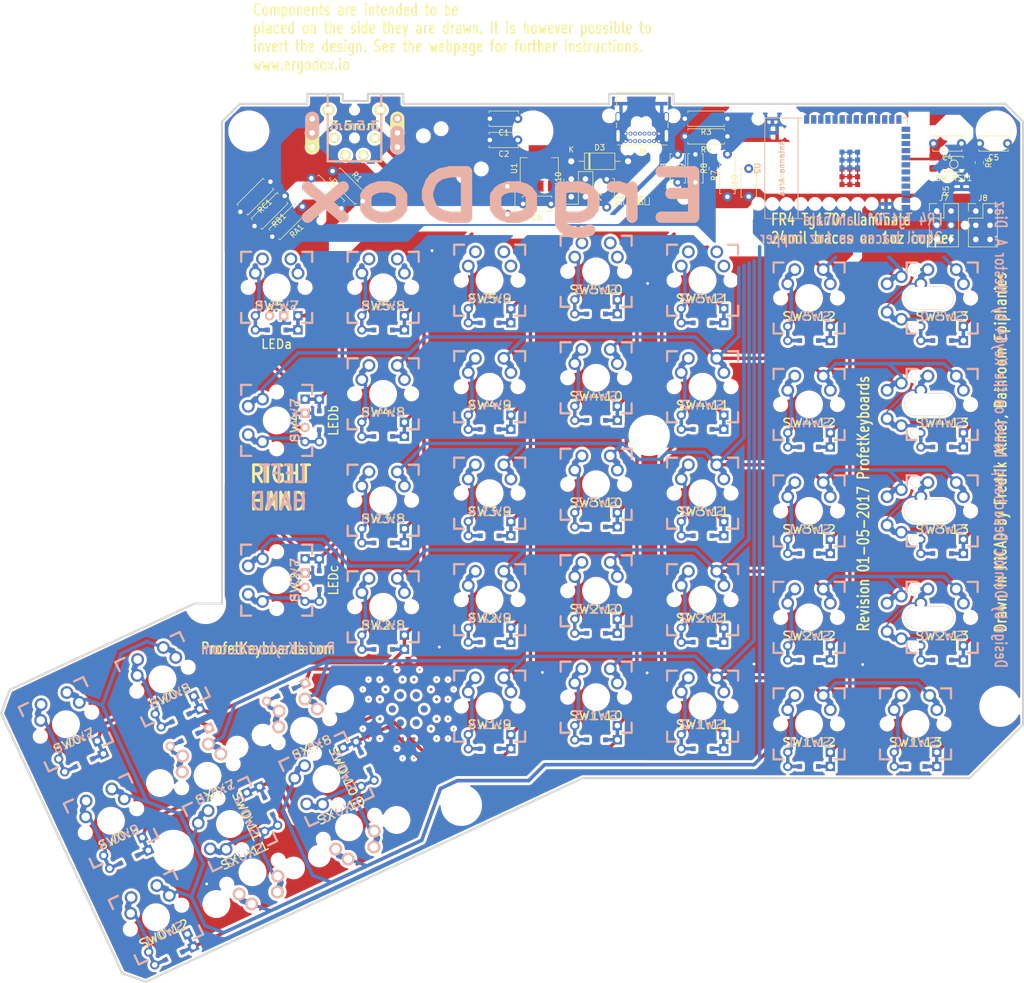
<source format=kicad_pcb>
(kicad_pcb (version 20211014) (generator pcbnew)
  (layers (0 "F.Cu" signal "Front") (31 "B.Cu" signal "Back") (34 "B.Paste" user) (35 "F.Paste" user) (36 "B.SilkS" user "B.Silkscreen") (37 "F.SilkS" user "F.Silkscreen") (38 "B.Mask" user) (39 "F.Mask" user) (44 "Edge.Cuts" user))
  (net 0 "")
  (net 1 "/COL0")
  (net 2 "/COL1")
  (net 3 "/COL10")
  (net 4 "/COL11")
  (net 5 "/COL4")
  (net 6 "/COL5")
  (net 7 "/COL6")
  (net 8 "/ROW0")
  (net 9 "/ROW1")
  (net 10 "/ROW2")
  (net 11 "/ROW3")
  (net 12 "/ROW4")
  (net 13 "/ROW5")
  (net 14 "/SCLM")
  (net 15 "/SDAM")
  (net 16 "GND")
  (net 17 "VCC")
  (net 18 "Net-(D1:7-Pad1)")
  (net 19 "Net-(D1:8-Pad1)")
  (net 20 "Net-(J1-Pad1)")
  (net 21 "Net-(J1-Pad5)")
  (net 22 "Net-(LED_A1-Pad1)")
  (net 23 "Net-(LED_B1-Pad1)")
  (net 24 "Net-(LED_C1-Pad1)")
  (net 25 "Net-(SW0:7-Pad2)")
  (net 26 "Net-(SW0:8-Pad2)")
  (net 27 "Net-(SW0:9-Pad2)")
  (net 28 "Net-(SW0:10-Pad2)")
  (net 29 "Net-(SW0:11-Pad2)")
  (net 30 "Net-(SW0:12-Pad2)")
  (net 31 "Net-(SW1:9-Pad2)")
  (net 32 "Net-(SW1:10-Pad2)")
  (net 33 "Net-(SW1:11-Pad2)")
  (net 34 "Net-(SW1:12-Pad2)")
  (net 35 "Net-(SW1:13-Pad2)")
  (net 36 "Net-(SW2:7-Pad2)")
  (net 37 "Net-(SW2:8-Pad2)")
  (net 38 "Net-(SW2:9-Pad2)")
  (net 39 "Net-(SW2:10-Pad2)")
  (net 40 "Net-(SW2:11-Pad2)")
  (net 41 "Net-(SW2:12-Pad2)")
  (net 42 "Net-(SW2:13-Pad2)")
  (net 43 "Net-(SW3:8-Pad2)")
  (net 44 "Net-(SW3:9-Pad2)")
  (net 45 "Net-(SW3:10-Pad2)")
  (net 46 "Net-(SW3:11-Pad2)")
  (net 47 "Net-(SW3:12-Pad2)")
  (net 48 "Net-(SW3:13-Pad2)")
  (net 49 "Net-(SW4:7-Pad2)")
  (net 50 "Net-(SW4:8-Pad2)")
  (net 51 "Net-(SW4:9-Pad2)")
  (net 52 "Net-(SW4:10-Pad2)")
  (net 53 "Net-(SW4:11-Pad2)")
  (net 54 "Net-(SW4:12-Pad2)")
  (net 55 "Net-(SW4:13-Pad2)")
  (net 56 "Net-(SW5:7-Pad2)")
  (net 57 "Net-(SW5:8-Pad2)")
  (net 58 "Net-(SW5:9-Pad2)")
  (net 59 "Net-(SW5:10-Pad2)")
  (net 60 "Net-(SW5:11-Pad2)")
  (net 61 "Net-(SW5:12-Pad2)")
  (net 62 "Net-(SW5:13-Pad2)")
  (net 63 "/RST")
  (net 64 "VCC_5V")
  (net 65 "Net-(C4-Pad2)")
  (net 66 "Net-(C5-Pad2)")
  (net 67 "Net-(D1-Pad2)")
  (net 68 "D-")
  (net 69 "Net-(D3-Pad1)")
  (net 70 "D+")
  (net 71 "U0TXD")
  (net 72 "U0RXD")
  (net 73 "TMS")
  (net 74 "TDI")
  (net 75 "TDO")
  (net 76 "TCK")
  (net 77 "/esp_lh/SDAM")
  (net 78 "/esp_lh/SCLM")
  (net 79 "Net-(J6-PadA5)")
  (net 80 "Net-(J6-PadB5)")
  (net 81 "LED_A")
  (net 82 "LED_B")
  (net 83 "LED_C")
  (net 84 "ROW5")
  (net 85 "ROW4")
  (net 86 "ROW3")
  (net 87 "ROW2")
  (net 94 "COL6")
  (net 95 "ROW1")
  (net 96 "ROW0")
  (net 97 "COL5")
  (net 98 "COL4")
  (net 99 "COL10")
  (net 100 "COL11")
  (net 101 "COL1")
  (net 102 "COL0")
  (net 107 "unconnected-(U2-Pad41)")
  (net 119 "unconnected-(U3-Pad41)")
  (net 120 "Net-(J6-PadA1)")
  (net 124 "/EN")
  (net 125 "/BOOT")
  (net 126 "/ESP_3V3")
  (footprint "ErgoDOX pcb:MX_FLIP_DIODE" (layer "F.Cu") (at 186.69 143.20266)
    (fp_text reference "SW1:13")
    (fp_text value "SW1:0")
  )
  (footprint "ErgoDOX pcb:MX_FLIP_DIODE" (layer "F.Cu") (at 129.54 138.43)
    (fp_text reference "SW1:10")
    (fp_text value "SW1:3")
  )
  (footprint "ErgoDOX pcb:MX_FLIP_DIODE" (layer "F.Cu") (at 110.49 140.02766)
    (fp_text reference "SW1:9")
    (fp_text value "SW1:4")
  )
  (footprint "ErgoDOX pcb:MX_FLIP_XX" (layer "F.Cu") (at 191.4525 124.15266)
    (fp_text reference "SW2:13")
    (fp_text value "SW2:0")
  )
  (footprint "ErgoDOX pcb:MX_FLIP_DIODE" (layer "F.Cu") (at 129.54 119.38)
    (fp_text reference "SW2:10")
    (fp_text value "SW2:3")
  )
  (footprint "ErgoDOX pcb:MX_FLIP_DIODE" (layer "F.Cu") (at 110.49 120.97766)
    (fp_text reference "SW2:9")
    (fp_text value "SW2:4")
  )
  (footprint "ErgoDOX pcb:MX_FLIP_DIODE" (layer "F.Cu") (at 72.39 117.48516 90)
    (fp_text reference "SW2:7")
    (fp_text value "SW2:6")
  )
  (footprint "ErgoDOX pcb:MX_FLIP_XX" (layer "F.Cu") (at 191.4525 105.10266)
    (fp_text reference "SW3:13")
    (fp_text value "SW3:0")
  )
  (footprint "ErgoDOX pcb:MX_FLIP_DIODE" (layer "F.Cu") (at 148.59 101.92766)
    (fp_text reference "SW3:11")
    (fp_text value "SW3:2")
  )
  (footprint "ErgoDOX pcb:MX_FLIP_DIODE" (layer "F.Cu") (at 129.54 100.33)
    (fp_text reference "SW3:10")
    (fp_text value "SW3:3")
  )
  (footprint "ErgoDOX pcb:MX_FLIP_DIODE" (layer "F.Cu") (at 110.49 101.92766)
    (fp_text reference "SW3:9")
    (fp_text value "SW3:4")
  )
  (footprint "ErgoDOX pcb:MX_FLIP_DIODE" (layer "F.Cu") (at 91.44 103.19766)
    (fp_text reference "SW3:8")
    (fp_text value "SW3:5")
  )
  (footprint "ErgoDOX pcb:MX_FLIP_XX" (layer "F.Cu") (at 191.4525 86.05266)
    (fp_text reference "SW4:13")
    (fp_text value "SW4:0")
  )
  (footprint "ErgoDOX pcb:MX_FLIP_DIODE" (layer "F.Cu") (at 167.64 86.05266)
    (fp_text reference "SW4:12")
    (fp_text value "SW4:1")
  )
  (footprint "ErgoDOX pcb:MX_FLIP_DIODE" (layer "F.Cu") (at 148.59 82.87766)
    (fp_text reference "SW4:11")
    (fp_text value "SW4:2")
  )
  (footprint "ErgoDOX pcb:MX_FLIP_DIODE" (layer "F.Cu") (at 129.54 81.28)
    (fp_text reference "SW4:10")
    (fp_text value "SW4:3")
  )
  (footprint "ErgoDOX pcb:MX_FLIP_DIODE" (layer "F.Cu") (at 110.49 82.87766)
    (fp_text reference "SW4:9")
    (fp_text value "SW4:4")
  )
  (footprint "ErgoDOX pcb:MX_FLIP_DIODE" (layer "F.Cu") (at 91.44 84.14766)
    (fp_text reference "SW4:8")
    (fp_text value "SW4:5")
  )
  (footprint "ErgoDOX pcb:MX_FLIP_DIODE" (layer "F.Cu") (at 72.39 88.91016 90)
    (fp_text reference "SW4:7")
    (fp_text value "SW4:6")
  )
  (footprint "ErgoDOX pcb:MX_FLIP_DIODE" (layer "F.Cu") (at 81.30286 153.06548 115)
    (fp_text reference "SW0:10")
    (fp_text value "SW0:3")
  )
  (footprint "ErgoDOX pcb:MX_FLIP_DIODE" (layer "F.Cu") (at 50.8 177.8 25)
    (fp_text reference "SW0:12")
    (fp_text value "SW0:1")
  )
  (footprint "ErgoDOX pcb:MX_FLIP_DIODE" (layer "F.Cu") (at 64.03848 161.11728 115)
    (fp_text reference "SW0:11")
    (fp_text value "SW0:2")
  )
  (footprint "ErgoDOX pcb:MX_FLIP_DIODE" (layer "F.Cu") (at 42.7482 160.53308 25)
    (fp_text reference "SW0:9")
    (fp_text value "SW0:4")
  )
  (footprint "ErgoDOX pcb:MX_FLIP_DIODE" (layer "F.Cu") (at 34.69894 143.2687 25)
    (fp_text reference "SW0:7")
    (fp_text value "SW0:6")
  )
  (footprint "ErgoDOX pcb:MX_FLIP_DIODE" (layer "F.Cu") (at 148.59 140.02766)
    (fp_text reference "SW1:11")
    (fp_text value "SW1:2")
  )
  (footprint "ErgoDOX pcb:MX_FLIP_DIODE" (layer "F.Cu") (at 51.96332 135.21944 25)
    (fp_text reference "SW0:8")
    (fp_text value "SW0:5")
  )
  (footprint "MX_LED" (layer "F.Cu") (at 72.39 117.48516 90)
    (fp_text reference "LED_C1" hide)
    (fp_text value "LEDc")
  )
  (footprint "MX_LED" (layer "F.Cu") (at 72.39 88.91016 90)
    (fp_text reference "LED_B1" hide)
    (fp_text value "LEDb")
  )
  (footprint "MX_LED" (layer "F.Cu") (at 72.39 65.1002)
    (fp_text reference "LED_A1" hide)
    (fp_text value "LEDa")
  )
  (footprint "Resistor_THT:R_Axial_DIN0207_L6.3mm_D2.5mm_P7.62mm_Horizontal" (layer "F.Cu") (at 71.274077 46.200923 -135)
    (fp_text reference "RC1")
    (fp_text value "LEDc")
  )
  (footprint "Resistor_THT:R_Axial_DIN0207_L6.3mm_D2.5mm_P7.62mm_Horizontal" (layer "F.Cu") (at 76.989077 50.645923 -135)
    (fp_text reference "RA1")
    (fp_text value "LEDa")
  )
  (footprint "Resistor_THT:R_Axial_DIN0207_L6.3mm_D2.5mm_P7.62mm_Horizontal" (layer "F.Cu") (at 73.814077 48.740923 -135)
    (fp_text reference "RB1")
    (fp_text value "LEDb")
  )
  (footprint "Resistor_THT:R_Axial_DIN0207_L6.3mm_D2.5mm_P7.62mm_Horizontal" (layer "F.Cu") (at 82.395923 44.295923 -45)
    (fp_text reference "R1")
    (fp_text value "2.2kΩ")
  )
  (footprint "4pin35mmAudio" (layer "F.Cu") (at 86.3092 30.48 -90)
    (fp_text reference "J2" hide)
    (fp_text value "3.5mm")
  )
  (footprint "100PITCH1X3" (layer "F.Cu") (at 78.74 37.465 90)
    (fp_text reference "J4" hide)
    (fp_text value "JMP" hide)
  )
  (footprint "Resistor_THT:R_Axial_DIN0207_L6.3mm_D2.5mm_P7.62mm_Horizontal" (layer "F.Cu") (at 78.585923 45.565923 -45)
    (fp_text reference "R2")
    (fp_text value "2.2kΩ")
  )
  (footprint "ErgoDOX pcb:MX_FLIP_XX" (layer "F.Cu") (at 191.4525 67.0052)
    (fp_text reference "SW5:13")
    (fp_text value "SW5:0")
  )
  (footprint "ErgoDOX pcb:MX_FLIP_DIODE" (layer "F.Cu") (at 110.49 63.82766)
    (fp_text reference "SW5:9")
    (fp_text value "SW5:4")
  )
  (footprint "ErgoDOX pcb:MX_FLIP_DIODE" (layer "F.Cu") (at 129.54 62.23)
    (fp_text reference "SW5:10")
    (fp_text value "SW5:3")
  )
  (footprint "ErgoDOX pcb:MX_FLIP_DIODE" (layer "F.Cu") (at 148.59 63.82766)
    (fp_text reference "SW5:11")
    (fp_text value "SW5:2")
  )
  (footprint "ErgoDOX pcb:MX_FLIP_DIODE" (layer "F.Cu") (at 167.64 67.0052)
    (fp_text reference "SW5:12")
    (fp_text value "SW5:1")
  )
  (footprint "ErgoDOX pcb:MX_FLIP_DIODE" (layer "F.Cu") (at 91.44 65.1002)
    (fp_text reference "SW5:8")
    (fp_text value "SW5:5")
  )
  (footprint "ErgoDOX pcb:MX_FLIP_DIODE" (layer "F.Cu") (at 72.39 65.1002)
    (fp_text reference "SW5:7")
    (fp_text value "SW5:6")
  )
  (footprint "ErgoDOX pcb:MX_FLIP_DIODE" (layer "F.Cu") (at 148.59 120.97766)
    (fp_text reference "SW2:11")
    (fp_text value "SW2:2")
  )
  (footprint "ErgoDOX pcb:MX_FLIP_DIODE" (layer "F.Cu") (at 91.44 122.24766)
    (fp_text reference "SW2:8")
    (fp_text value "SW2:5")
  )
  (footprint "ErgoDOX pcb:MX_FLIP_DIODE" (layer "F.Cu") (at 167.64 105.10266)
    (fp_text reference "SW3:12")
    (fp_text value "SW3:1")
  )
  (footprint "ErgoDOX pcb:MX_FLIP_DIODE" (layer "F.Cu") (at 167.64 124.15266)
    (fp_text reference "SW2:12")
    (fp_text value "SW2:1")
  )
  (footprint "ErgoDOX pcb:MX_FLIP_DIODE" (layer "F.Cu") (at 167.64 143.20266)
    (fp_text reference "SW1:12")
    (fp_text value "SW1:1")
  )
  (footprint "MX_FLIP" (layer "F.Cu") (at 77.2795 144.43202 25)
    (fp_text reference "SX1:8")
    (fp_text value "SX1:5")
  )
  (footprint "MX_FLIP" (layer "F.Cu") (at 60.01512 152.48382 25)
    (fp_text reference "SX1:7")
    (fp_text value "SX1:6")
  )
  (footprint "MX_FLIP" (layer "F.Cu") (at 85.3313 161.69894 -155)
    (fp_text reference "SX0:10")
    (fp_text value "SX0:3")
  )
  (footprint "MX_FLIP" (layer "F.Cu") (at 68.06438 169.7482 -155)
    (fp_text reference "SX0:11")
    (fp_text value "SX0:2")
  )
  (footprint "DIODE" (layer "F.Cu") (at 74.05878 137.52576 25)
    (fp_text reference "D1:8" hide)
    (fp_text value "D" hide)
  )
  (footprint "DIODE" (layer "F.Cu") (at 56.7944 145.57756 25)
    (fp_text reference "D1:7" hide)
    (fp_text value "D" hide)
  )
  (footprint "STAB_PCB940" (layer "F.Cu") (at 64.03848 161.11728 115)
    (fp_text reference "S1" hide)
    (fp_text value "STAB200" hide)
  )
  (footprint "STAB_PCB940" (layer "F.Cu") (at 81.30286 153.06548 -65)
    (fp_text reference "S2" hide)
    (fp_text value "STAB200" hide)
  )
  (footprint "ErgoDOX pcb:STAR" (layer "F.Cu") (at 95.9325 140.5575)
    (fp_text reference "STAR_1" hide)
    (fp_text value "STAR_FRONT" hide)
  )
  (footprint "lib_footprints:STITCHING_VIA" (layer "F.Cu") (at 138.75 64.4)
    (fp_text reference "STITCHING_VIA")
    (fp_text value "~" hide)
  )
  (footprint "lib_footprints:STITCHING_VIA" (layer "F.Cu") (at 101.49 129.46)
    (fp_text reference "STITCHING_VIA")
    (fp_text value "~" hide)
  )
  (footprint "lib_footprints:STITCHING_VIA" (layer "F.Cu") (at 59.87 171.84)
    (fp_text reference "STITCHING_VIA")
    (fp_text value "~" hide)
  )
  (footprint "lib_footprints:STITCHING_VIA" (layer "F.Cu") (at 119.94 134)
    (fp_text reference "STITCHING_VIA")
    (fp_text value "~" hide)
  )
  (footprint "lib_footprints:STITCHING_VIA" (layer "F.Cu") (at 138.67 134.08)
    (fp_text reference "STITCHING_VIA")
    (fp_text value "~" hide)
  )
  (footprint "lib_footprints:STITCHING_VIA" (layer "F.Cu") (at 157.79 132.51)
    (fp_text reference "STITCHING_VIA")
    (fp_text value "~" hide)
  )
  (footprint "lib_footprints:STITCHING_VIA" (layer "F.Cu") (at 177.24 132.59)
    (fp_text reference "STITCHING_VIA")
    (fp_text value "~" hide)
  )
  (footprint "lib_footprints:STITCHING_VIA" (layer "F.Cu") (at 100.19 58.53)
    (fp_text reference "STITCHING_VIA")
    (fp_text value "~" hide)
  )
  (footprint "Buttons_Switches_SMD:SW_SPST_B3U-1000P" (layer "F.Cu") (at 193.56 43.065 180)
    (fp_text reference "SW_RST1")
    (fp_text value "SWITCH_PUSH")
  )
  (footprint "Resistor_SMD:R_0805_2012Metric_Pad1.20x1.40mm_HandSolder" (layer "F.Cu") (at 150.495 43.815 90)
    (fp_text reference "R8")
    (fp_text value "0")
  )
  (footprint "Capacitor_THT:C_Disc_D5.0mm_W2.5mm_P5.00mm" (layer "F.Cu") (at 121.485 50.165 180)
    (fp_text reference "C6")
    (fp_text value "10uF")
  )
  (footprint "Connector_PinHeader_2.54mm:PinHeader_2x03_P2.54mm_Vertical" (layer "F.Cu") (at 197.48 51.45)
    (fp_text reference "J8")
    (fp_text value "JTAG")
  )
  (footprint "Capacitor_THT:C_Disc_D5.0mm_W2.5mm_P5.00mm" (layer "F.Cu") (at 131.445 45.76 -90)
    (fp_text reference "C7")
    (fp_text value "10uF")
  )
  (footprint "Connector_PinHeader_2.54mm:PinHeader_1x02_P2.54mm_Vertical" (layer "F.Cu") (at 127.64 48.895 -90)
    (fp_text reference "J9")
    (fp_text value "USB GND")
  )
  (footprint "Resistor_THT:R_Axial_DIN0207_L6.3mm_D2.5mm_P7.62mm_Horizontal" (layer "F.Cu") (at 153.035 48.895 90)
    (fp_text reference "R7")
    (fp_text value "10k")
  )
  (footprint "Resistor_THT:R_Axial_DIN0207_L6.3mm_D2.5mm_P7.62mm_Horizontal" (layer "F.Cu") (at 153.035 34.925 180)
    (fp_text reference "R3")
    (fp_text value "5.1k")
  )
  (footprint "Capacitor_THT:C_Disc_D5.0mm_W2.5mm_P5.00mm" (layer "F.Cu") (at 115.53 38.735 180)
    (fp_text reference "C2")
    (fp_text value "0.1uF")
  )
  (footprint "Capacitor_THT:C_Disc_D5.0mm_W2.5mm_P5.00mm" (layer "F.Cu") (at 203.16 39.37 180)
    (fp_text reference "C5")
    (fp_text value "0.1uF")
  )
  (footprint "Capacitor_THT:C_Disc_D5.0mm_W2.5mm_P5.00mm" (layer "F.Cu") (at 147.32 46.315 90)
    (fp_text reference "C9")
    (fp_text value "0.1uF")
  )
  (footprint "Connector_PinHeader_2.54mm:PinHeader_1x02_P2.54mm_Vertical" (layer "F.Cu") (at 125.09 45.72 90)
    (fp_text reference "J10")
    (fp_text value "USB VCC")
  )
  (footprint "Diode_SMD:D_SOD-923" (layer "F.Cu") (at 136.76 49.53 90)
    (fp_text reference "D2")
    (fp_text value "ESD9B3.3ST5G")
  )
  (footprint "Connector_PinHeader_2.54mm:PinHeader_2x03_P2.54mm_Vertical" (layer "F.Cu") (at 190.5 51.435)
    (fp_text reference "J7")
    (fp_text value "PROG")
  )
  (footprint "Package_TO_SOT_SMD:SOT-223-3_TabPin2" (layer "F.Cu") (at 119.38 43.815 90)
    (fp_text reference "U1")
    (fp_text value "LM337_SOT223")
  )
  (footprint "Resistor_SMD:R_0805_2012Metric_Pad1.20x1.40mm_HandSolder" (layer "F.Cu") (at 198.12 42.772064 -90)
    (fp_text reference "R6")
    (fp_text value "0")
  )
  (footprint "Connector_USB:USB_C_Receptacle_GCT_USB4085" (layer "F.Cu") (at 140.77 38.95 180)
    (fp_text reference "J6")
    (fp_text value "USB_C_Receptacle_USB2.0")
  )
  (footprint "Capacitor_THT:C_Disc_D5.0mm_W2.5mm_P5.00mm" (layer "F.Cu") (at 194.905 39.37 180)
    (fp_text reference "C4")
    (fp_text value "0.1uF")
  )
  (footprint "Capacitor_THT:C_Disc_D5.0mm_W2.5mm_P5.00mm" (layer "F.Cu") (at 113.665 52.03 90)
    (fp_text reference "C3")
    (fp_text value "0.1uF")
  )
  (footprint "Diode_THT:D_DO-41_SOD81_P10.16mm_Horizontal" (layer "F.Cu") (at 125.095 42.545)
    (fp_text reference "D3")
    (fp_text value "1N5819")
  )
  (footprint "Capacitor_THT:C_Disc_D5.0mm_W2.5mm_P5.00mm" (layer "F.Cu") (at 144.145 46.315 90)
    (fp_text reference "C8")
    (fp_text value "10uF")
  )
  (footprint "Capacitor_THT:C_Disc_D5.0mm_W2.5mm_P5.00mm" (layer "F.Cu") (at 156.845 48.855 90)
    (fp_text reference "C10")
    (fp_text value "1uF")
  )
  (footprint "Espressif:ESP32-S3-WROOM-1" (layer "F.Cu") (at 175.47 43.815 90)
    (fp_text reference "U3")
    (fp_text value "ESP32-S3 RH")
  )
  (footprint "Resistor_THT:R_Axial_DIN0207_L6.3mm_D2.5mm_P7.62mm_Horizontal" (layer "F.Cu") (at 153.035 38.1 180)
    (fp_text reference "R4")
    (fp_text value "5.1k")
  )
  (footprint "Resistor_SMD:R_0805_2012Metric_Pad1.20x1.40mm_HandSolder" (layer "F.Cu") (at 189.865 42.815 -90)
    (fp_text reference "R5")
    (fp_text value "0")
  )
  (footprint "Capacitor_THT:C_Disc_D5.0mm_W2.5mm_P5.00mm" (layer "F.Cu") (at 115.53 34.925 180)
    (fp_text reference "C1")
    (fp_text value "10uF")
  )
  (footprint "Diode_SMD:D_SOD-923" (layer "F.Cu") (at 138.665 49.53 90)
    (fp_text reference "D4")
    (fp_text value "ESD9B3.3ST5G")
  )
  (footprint "Diode_SMD:D_SOD-923" (layer "F.Cu") (at 134.855 49.53 90)
    (fp_text reference "D1")
    (fp_text value "ESD9B3.3ST5G")
  )
  (footprint "100PITCH1X3" (layer "B.Cu") (at 93.98 37.465 90)
    (fp_text reference "J3" hide)
    (fp_text value "JMP" hide)
  )
  (footprint "ErgoDOX pcb:STAR" (layer "B.Cu") (at 95.9325 140.5575 180)
    (fp_text reference "STAR_2" hide)
    (fp_text value "STAR_BACK" hide)
  )
  (footprint "Espressif:ESP32-S3-WROOM-1" (layer "B.Cu") (at 175.47 43.815 -90)
    (fp_text reference "U2")
    (fp_text value "ESP32-S3 LH")
  )
  (gr_line (start 131.9022 30.48) (end 131.9022 32.258) (layer "Edge.Cuts") (width 0.381))
  (gr_line (start 95.0468 30.48) (end 88.7095 30.48) (layer "Edge.Cuts") (width 0.381))
  (gr_line (start 196.3928 152.908) (end 205.9178 143.383) (layer "Edge.Cuts") (width 0.381))
  (gr_line (start 62.611 35.433) (end 62.611 121.666) (layer "Edge.Cuts") (width 0.381))
  (gr_line (start 95.0468 32.258) (end 95.0468 30.48) (layer "Edge.Cuts") (width 0.381))
  (gr_line (start 202.7428 32.258) (end 143.4084 32.258) (layer "Edge.Cuts") (width 0.381))
  (gr_line (start 84.2137 31.75) (end 84.2137 30.48) (layer "Edge.Cuts") (width 0.381))
  (gr_line (start 44.76496 187.81776) (end 48.9839 189.35192) (layer "Edge.Cuts") (width 0.381))
  (gr_line (start 48.9839 189.35192) (end 127.1524 152.908) (layer "Edge.Cuts") (width 0.381))
  (gr_line (start 77.8764 32.258) (end 65.8114 32.258) (layer "Edge.Cuts") (width 0.381))
  (gr_line (start 77.8764 30.48) (end 77.8764 32.258) (layer "Edge.Cuts") (width 0.381))
  (gr_line (start 205.9178 143.383) (end 205.9178 35.433) (layer "Edge.Cuts") (width 0.381))
  (gr_line (start 65.8114 32.258) (end 62.611 35.433) (layer "Edge.Cuts") (width 0.381))
  (gr_line (start 57.7088 121.666) (end 24.61768 137.0965) (layer "Edge.Cuts") (width 0.381))
  (gr_line (start 143.4084 32.258) (end 143.4084 30.48) (layer "Edge.Cuts") (width 0.381))
  (gr_line (start 88.7095 31.75) (end 84.2137 31.75) (layer "Edge.Cuts") (width 0.381))
  (gr_line (start 205.9178 35.433) (end 202.7428 32.258) (layer "Edge.Cuts") (width 0.381))
  (gr_line (start 84.2137 30.48) (end 77.8764 30.48) (layer "Edge.Cuts") (width 0.381))
  (gr_line (start 131.9022 32.258) (end 95.0468 32.258) (layer "Edge.Cuts") (width 0.381))
  (gr_line (start 88.7095 30.48) (end 88.7095 31.75) (layer "Edge.Cuts") (width 0.381))
  (gr_line (start 23.08098 141.31544) (end 44.76496 187.81776) (layer "Edge.Cuts") (width 0.381))
  (gr_line (start 143.4084 30.48) (end 131.9022 30.48) (layer "Edge.Cuts") (width 0.381))
  (gr_line (start 62.611 121.666) (end 57.7088 121.666) (layer "Edge.Cuts") (width 0.381))
  (gr_line (start 24.61768 137.0965) (end 23.08098 141.31544) (layer "Edge.Cuts") (width 0.381))
  (gr_line (start 127.1524 152.908) (end 196.3928 152.908) (layer "Edge.Cuts") (width 0.381))
  (gr_text "ProfetKeyboards.com" (at 70.83 129.73) (layer "B.SilkS") (effects (font (size 2.032 1.524) (thickness 0.3048)) (justify mirror)))
  (gr_text "FR4 Tg170° Laminate\n24mil traces on 1oz copper " (at 191.77 54.61) (layer "B.SilkS") (effects (font (size 2.032 1.524) (thickness 0.3048)) (justify left mirror)))
  (gr_text "ErgoDox" (at 113.03 48.895) (layer "B.SilkS") (effects (font (size 8.128 12.192) (thickness 2.032)) (justify mirror)))
  (gr_text "Design by Dominic Beauchamp, based on the Key64 by  Nestor A. Diaz" (at 201.93 91.44 270) (layer "B.SilkS") (effects (font (size 2.032 1.524) (thickness 0.3048)) (justify mirror)))
  (gr_text "LEFT\nHAND" (at 78.105 100.965) (layer "B.SilkS") (effects (font (size 3.048 2.54) (thickness 0.508)) (justify left mirror)))
  (gr_text "Drawn in KiCAD by Fredrik Atmer, Bathroom Epiphanies" (at 201.93 127 90) (layer "F.SilkS") (effects (font (size 2.032 1.524) (thickness 0.3048)) (justify left)))
  (gr_text "Revision 01-05-2017 ProfetKeyboards" (at 177.36 126.86 90) (layer "F.SilkS") (effects (font (size 2.032 1.524) (thickness 0.3048)) (justify left)))
  (gr_text "Components are intended to be\nplaced on the side they are drawn. It is however possible to\ninvert the design. See the webpage for further instructions.\nwww.ergodox.io" (at 67.945 20.32) (layer "F.SilkS") (effects (font (size 2.032 1.524) (thickness 0.3048)) (justify left)))
  (gr_text "FR4 Tg170° Laminate\n24mil traces on 1oz copper " (at 160.655 54.61) (layer "F.SilkS") (effects (font (size 2.032 1.524) (thickness 0.3048)) (justify left)))
  (gr_text "ProfetKeyboards.com" (at 70.86 129.7) (layer "F.SilkS") (effects (font (size 2.032 1.524) (thickness 0.3048))))
  (gr_text "RIGHT\nHAND" (at 67.31 100.965) (layer "F.SilkS") (effects (font (size 3.048 2.54) (thickness 0.508)) (justify left)))
  (segment (start 198.755 125.74016) (end 198.755 106.69016) (width 0.6096) (layer "F.Cu") (net 1))
  (segment (start 198.755 106.69016) (end 198.755 87.64016) (width 0.6096) (layer "F.Cu") (net 1))
  (segment (start 198.755 87.64016) (end 198.755 68.5927) (width 0.6096) (layer "F.Cu") (net 1))
  (segment (start 193.9925 144.79016) (end 193.9925 138.42746) (width 0.6096) (layer "F.Cu") (net 1))
  (segment (start 193.9925 138.42746) (end 198.755 133.66496) (width 0.6096) (layer "F.Cu") (net 1))
  (segment (start 198.755 133.66496) (end 198.755 125.74016) (width 0.6096) (layer "F.Cu") (net 1))
  (segment (start 198.755 62.5475) (end 198.755 68.5927) (width 0.6096) (layer "F.Cu") (net 1))
  (segment (start 198.755 62.5475) (end 198.755 57.15) (width 0.4064) (layer "F.Cu") (net 1))
  (segment (start 195.2625 110.18266) (end 195.2625 112.72266) (width 0.6096) (layer "F.Cu") (net 1))
  (segment (start 195.2625 129.23266) (end 198.755 125.74016) (width 0.6096) (layer "F.Cu") (net 1))
  (segment (start 190.5 148.28266) (end 193.9925 144.79016) (width 0.6096) (layer "F.Cu") (net 1))
  (segment (start 195.2625 91.13266) (end 195.2625 93.67266) (width 0.6096) (layer "F.Cu") (net 1))
  (segment (start 195.2625 72.0852) (end 198.755 68.5927) (width 0.6096) (layer "F.Cu") (net 1))
  (segment (start 190.5 148.28266) (end 190.5 150.82266) (width 0.6096) (layer "F.Cu") (net 1))
  (segment (start 195.2625 72.0852) (end 195.2625 74.6252) (width 0.6096) (layer "F.Cu") (net 1))
  (segment (start 195.2625 129.23266) (end 195.2625 131.77266) (width 0.6096) (layer "F.Cu") (net 1))
  (segment (start 195.2625 91.13266) (end 198.755 87.64016) (width 0.6096) (layer "F.Cu") (net 1))
  (segment (start 195.2625 110.18266) (end 198.755 106.69016) (width 0.6096) (layer "F.Cu") (net 1))
  (segment (start 195.2625 110.18266) (end 195.2625 112.72266) (width 0.6096) (layer "B.Cu") (net 1))
  (segment (start 195.2625 72.0852) (end 195.2625 74.6252) (width 0.6096) (layer "B.Cu") (net 1))
  (segment (start 195.2625 129.23266) (end 195.2625 131.77266) (width 0.6096) (layer "B.Cu") (net 1))
  (segment (start 190.5 148.28266) (end 190.5 150.82266) (width 0.6096) (layer "B.Cu") (net 1))
  (segment (start 195.2625 91.13266) (end 195.2625 93.67266) (width 0.6096) (layer "B.Cu") (net 1))
  (segment (start 174.9425 106.69016) (end 174.9425 87.64016) (width 0.6096) (layer "F.Cu") (net 2))
  (segment (start 174.9425 125.74016) (end 174.9425 106.69016) (width 0.6096) (layer "F.Cu") (net 2))
  (segment (start 174.9425 144.79016) (end 174.9425 125.74016) (width 0.6096) (layer "F.Cu") (net 2))
  (segment (start 173.36008 146.37258) (end 174.9425 144.79016) (width 0.6096) (layer "F.Cu") (net 2))
  (segment (start 174.9425 60.96) (end 174.9425 68.58) (width 0.6096) (layer "F.Cu") (net 2))
  (segment (start 171.45 72.0725) (end 174.9425 68.58) (width 0.6096) (layer "F.Cu") (net 2))
  (segment (start 174.9425 68.58) (end 174.9425 87.64016) (width 0.6096) (layer "F.Cu") (net 2))
  (segment (start 161.91992 146.37258) (end 157.7975 150.495) (width 0.6096) (layer "F.Cu") (net 2))
  (segment (start 157.7975 150.495) (end 120.3325 150.495) (width 0.6096) (layer "F.Cu") (net 2))
  (segment (start 120.3325 150.495) (end 117.475 153.3525) (width 0.6096) (layer "F.Cu") (net 2))
  (segment (start 98.33356 164.04336) (end 101.71176 154.75966) (width 0.6096) (layer "F.Cu") (net 2))
  (segment (start 101.71176 154.75966) (end 104.72928 153.3525) (width 0.6096) (layer "F.Cu") (net 2))
  (segment (start 171.45 148.28266) (end 173.36008 146.37258) (width 0.6096) (layer "F.Cu") (net 2))
  (segment (start 171.45 91.13266) (end 174.9425 87.64016) (width 0.6096) (layer "F.Cu") (net 2))
  (segment (start 171.45 129.23266) (end 174.9425 125.74016) (width 0.6096) (layer "F.Cu") (net 2))
  (segment (start 171.45 72.0852) (end 171.45 74.6252) (width 0.6096) (layer "F.Cu") (net 2))
  (segment (start 104.72928 153.3525) (end 117.475 153.3525) (width 0.6096) (layer "F.Cu") (net 2))
  (segment (start 171.45 148.28266) (end 171.45 150.82266) (width 0.6096) (layer "F.Cu") (net 2))
  (segment (start 57.47258 183.0959) (end 98.33356 164.04336) (width 0.6096) (layer "F.Cu") (net 2))
  (segment (start 56.4007 180.79466) (end 57.47258 183.0959) (width 0.6096) (layer "F.Cu") (net 2))
  (segment (start 171.45 72.0852) (end 171.45 72.0725) (width 0.6096) (layer "F.Cu") (net 2))
  (segment (start 171.45 91.13266) (end 171.45 93.67266) (width 0.6096) (layer "F.Cu") (net 2))
  (segment (start 171.45 110.18266) (end 174.9425 106.69016) (width 0.6096) (layer "F.Cu") (net 2))
  (segment (start 171.45 110.18266) (end 171.45 112.72266) (width 0.6096) (layer "F.Cu") (net 2))
  (segment (start 171.45 129.23266) (end 171.45 131.77266) (width 0.6096) (layer "F.Cu") (net 2))
  (segment (start 161.91992 146.37258) (end 173.36008 146.37258) (width 0.6096) (layer "F.Cu") (net 2))
  (segment (start 171.45 110.18266) (end 171.45 112.72266) (width 0.6096) (layer "B.Cu") (net 2))
  (segment (start 171.45 148.28266) (end 171.45 150.82266) (width 0.6096) (layer "B.Cu") (net 2))
  (segment (start 171.45 72.0852) (end 171.45 74.6252) (width 0.6096) (layer "B.Cu") (net 2))
  (segment (start 171.45 129.23266) (end 171.45 131.77266) (width 0.6096) (layer "B.Cu") (net 2))
  (segment (start 57.47258 183.0959) (end 56.4007 180.79466) (width 0.6096) (layer "B.Cu") (net 2))
  (segment (start 171.45 91.13266) (end 171.45 93.67266) (width 0.6096) (layer "B.Cu") (net 2))
  (segment (start 136.8425 95.5675) (end 134.9375 93.6625) (width 0.6096) (layer "F.Cu") (net 3))
  (segment (start 134.9375 93.6625) (end 134.9375 89.535) (width 0.6096) (layer "F.Cu") (net 3))
  (segment (start 134.9375 89.535) (end 136.8425 87.63) (width 0.6096) (layer "F.Cu") (net 3))
  (segment (start 136.8425 87.63) (end 136.8425 82.8675) (width 0.6096) (layer "F.Cu") (net 3))
  (segment (start 136.8425 82.8675) (end 136.8425 63.8175) (width 0.6096) (layer "F.Cu") (net 3))
  (segment (start 136.8425 101.9175) (end 136.8425 95.5675) (width 0.6096) (layer "F.Cu") (net 3))
  (segment (start 136.8425 120.9675) (end 136.8425 101.9175) (width 0.6096) (layer "F.Cu") (net 3))
  (segment (start 136.8425 140.0175) (end 136.8425 120.9675) (width 0.6096) (layer "F.Cu") (net 3))
  (segment (start 136.8425 62.23) (end 143.51 55.5625) (width 0.6096) (layer "F.Cu") (net 3))
  (segment (start 119.0625 147.955) (end 116.205 150.8125) (width 0.6096) (layer "F.Cu") (net 3))
  (segment (start 116.205 150.8125) (end 99.3775 150.8125) (width 0.6096) (layer "F.Cu") (net 3))
  (segment (start 133.35 143.51) (end 136.8425 140.0175) (width 0.6096) (layer "F.Cu") (net 3))
  (segment (start 133.35 124.46) (end 136.8425 120.9675) (width 0.6096) (layer "F.Cu") (net 3))
  (segment (start 133.35 67.31) (end 133.35 69.85) (width 0.6096) (layer "F.Cu") (net 3))
  (segment (start 131.445 147.955) (end 133.35 146.05) (width 0.6096) (layer "F.Cu") (net 3))
  (segment (start 133.35 86.36) (end 136.8425 82.8675) (width 0.6096) (layer "F.Cu") (net 3))
  (segment (start 133.35 124.46) (end 133.35 127) (width 0.6096) (layer "F.Cu") (net 3))
  (segment (start 92.30106 143.73606) (end 99.3775 150.8125) (width 0.6096) (layer "F.Cu") (net 3))
  (segment (start 133.35 86.36) (end 133.35 88.9) (width 0.6096) (layer "F.Cu") (net 3))
  (segment (start 131.445 147.955) (end 119.0625 147.955) (width 0.6096) (layer "F.Cu") (net 3))
  (segment (start 133.35 105.41) (end 136.8425 101.9175) (width 0.6096) (layer "F.Cu") (net 3))
  (segment (start 84.29752 147.46478) (end 86.6013 146.3929) (width 0.6096) (layer "F.Cu") (net 3))
  (segment (start 133.35 67.31) (end 136.8425 63.8175) (width 0.6096) (layer "F.Cu") (net 3))
  (segment (start 86.6013 146.3929) (end 92.30106 143.73606) (width 0.6096) (layer "F.Cu") (net 3))
  (segment (start 133.35 143.51) (end 133.35 146.05) (width 0.6096) (layer "F.Cu") (net 3))
  (segment (start 136.8425 63.8175) (end 136.8425 62.23) (width 0.6096) (layer "F.Cu") (net 3))
  (segment (start 133.35 105.41) (end 133.35 107.95) (width 0.6096) (layer "F.Cu") (net 3))
  (segment (start 133.35 124.46) (end 133.35 127) (width 0.6096) (layer "B.Cu") (net 3))
  (segment (start 133.35 86.36) (end 133.35 88.9) (width 0.6096) (layer "B.Cu") (net 3))
  (segment (start 133.35 143.51) (end 133.35 146.05) (width 0.6096) (layer "B.Cu") (net 3))
  (segment (start 84.29752 147.46478) (end 86.6013 146.3929) (width 0.6096) (layer "B.Cu") (net 3))
  (segment (start 133.35 67.31) (end 133.35 69.85) (width 0.6096) (layer "B.Cu") (net 3))
  (segment (start 133.35 105.41) (end 133.35 107.95) (width 0.6096) (layer "B.Cu") (net 3))
  (segment (start 141.2875 95.5675) (end 143.1925 93.6625) (width 0.6096) (layer "F.Cu") (net 4))
  (segment (start 143.1925 93.6625) (end 143.1925 89.535) (width 0.6096) (layer "F.Cu") (net 4))
  (segment (start 143.1925 89.535) (end 141.2875 87.63) (width 0.6096) (layer "F.Cu") (net 4))
  (segment (start 141.2875 87.63) (end 141.2875 83.82) (width 0.6096) (layer "F.Cu") (net 4))
  (segment (start 150.48484 143.1925) (end 143.51 143.1925) (width 0.6096) (layer "F.Cu") (net 4))
  (segment (start 141.2875 140.97) (end 141.2875 121.92) (width 0.6096) (layer "F.Cu") (net 4))
  (segment (start 150.48484 124.1425) (end 143.51 124.1425) (width 0.6096) (layer "F.Cu") (net 4))
  (segment (start 143.51 124.1425) (end 141.2875 121.92) (width 0.6096) (layer "F.Cu") (net 4))
  (segment (start 141.2875 121.92) (end 141.2875 102.87) (width 0.6096) (layer "F.Cu") (net 4))
  (segment (start 143.51 143.1925) (end 141.2875 140.97) (width 0.6096) (layer "F.Cu") (net 4))
  (segment (start 150.48484 105.0925) (end 143.51 105.0925) (width 0.6096) (layer "F.Cu") (net 4))
  (segment (start 143.51 105.0925) (end 141.2875 102.87) (width 0.6096) (layer "F.Cu") (net 4))
  (segment (start 141.2875 102.87) (end 141.2875 95.5675) (width 0.6096) (layer "F.Cu") (net 4))
  (segment (start 150.48484 86.0425) (end 143.51 86.0425) (width 0.6096) (layer "F.Cu") (net 4))
  (segment (start 143.51 86.0425) (end 141.2875 83.82) (width 0.6096) (layer "F.Cu") (net 4))
  (segment (start 141.2875 83.82) (end 141.2875 64.77) (width 0.6096) (layer "F.Cu") (net 4))
  (segment (start 150.48484 66.9925) (end 143.51 66.9925) (width 0.6096) (layer "F.Cu") (net 4))
  (segment (start 143.51 66.9925) (end 141.2875 64.77) (width 0.6096) (layer "F.Cu") (net 4))
  (segment (start 70.48754 153.90622) (end 73.01738 154.82824) (width 0.6096) (layer "F.Cu") (net 4))
  (segment (start 73.01738 154.82824) (end 75.70216 160.58388) (width 0.6096) (layer "F.Cu") (net 4))
  (segment (start 75.70216 160.58388) (end 78.65618 161.6583) (width 0.6096) (layer "F.Cu") (net 4))
  (segment (start 78.65618 161.6583) (end 99.19208 152.0825) (width 0.6096) (layer "F.Cu") (net 4))
  (segment (start 141.2875 59.69) (end 141.2875 64.77) (width 0.6096) (layer "F.Cu") (net 4))
  (segment (start 141.2875 145.415) (end 137.4775 149.225) (width 0.6096) (layer "F.Cu") (net 4))
  (segment (start 137.4775 149.225) (end 119.6975 149.225) (width 0.6096) (layer "F.Cu") (net 4))
  (segment (start 152.4 87.95766) (end 150.48484 86.0425) (width 0.6096) (layer "F.Cu") (net 4))
  (segment (start 141.2875 145.415) (end 141.2875 140.97) (width 0.6096) (layer "F.Cu") (net 4))
  (segment (start 67.03314 155.51658) (end 69.33438 154.44216) (width 0.6096) (layer "F.Cu") (net 4))
  (segment (start 152.4 87.95766) (end 152.4 90.49766) (width 0.6096) (layer "F.Cu") (net 4))
  (segment (start 152.4 145.10766) (end 150.48484 143.1925) (width 0.6096) (layer "F.Cu") (net 4))
  (segment (start 152.4 126.05766) (end 150.48484 124.1425) (width 0.6096) (layer "F.Cu") (net 4))
  (segment (start 152.4 68.90766) (end 150.48484 66.9925) (width 0.6096) (layer "F.Cu") (net 4))
  (segment (start 99.19208 152.0825) (end 116.84 152.0825) (width 0.6096) (layer "F.Cu") (net 4))
  (segment (start 69.33438 154.44216) (end 70.48754 153.90622) (width 0.6096) (layer "F.Cu") (net 4))
  (segment (start 152.4 107.00766) (end 150.48484 105.0925) (width 0.6096) (layer "F.Cu") (net 4))
  (segment (start 152.4 145.10766) (end 152.4 147.64766) (width 0.6096) (layer "F.Cu") (net 4))
  (segment (start 119.6975 149.225) (end 116.84 152.0825) (width 0.6096) (layer "F.Cu") (net 4))
  (segment (start 152.4 107.00766) (end 152.4 109.54766) (width 0.6096) (layer "F.Cu") (net 4))
  (segment (start 152.4 126.05766) (end 152.4 128.59766) (width 0.6096) (layer "F.Cu") (net 4))
  (segment (start 152.4 68.90766) (end 152.4 71.44766) (width 0.6096) (layer "F.Cu") (net 4))
  (segment (start 152.4 126.05766) (end 152.4 128.59766) (width 0.6096) (layer "B.Cu") (net 4))
  (segment (start 152.4 87.95766) (end 152.4 90.49766) (width 0.6096) (layer "B.Cu") (net 4))
  (segment (start 152.4 145.10766) (end 152.4 147.64766) (width 0.6096) (layer "B.Cu") (net 4))
  (segment (start 152.4 68.90766) (end 152.4 71.44766) (width 0.6096) (layer "B.Cu") (net 4))
  (segment (start 152.4 107.00766) (end 152.4 109.54766) (width 0.6096) (layer "B.Cu") (net 4))
  (segment (start 67.03314 155.51658) (end 69.33438 154.44216) (width 0.6096) (layer "B.Cu") (net 4))
  (segment (start 117.7925 84.46516) (end 117.7925 65.41516) (width 0.6096) (layer "F.Cu") (net 5))
  (segment (start 117.7925 103.51516) (end 117.7925 84.46516) (width 0.6096) (layer "F.Cu") (net 5))
  (segment (start 117.7925 122.56516) (end 117.7925 103.51516) (width 0.6096) (layer "F.Cu") (net 5))
  (segment (start 117.7925 141.61516) (end 117.7925 122.56516) (width 0.6096) (layer "F.Cu") (net 5))
  (segment (start 126.365 54.2925) (end 117.7925 62.865) (width 0.6096) (layer "F.Cu") (net 5))
  (segment (start 117.7925 62.865) (end 117.7925 65.41516) (width 0.6096) (layer "F.Cu") (net 5))
  (segment (start 49.42332 160.57626) (end 91.45016 140.98016) (width 0.6096) (layer "F.Cu") (net 5))
  (segment (start 100.0125 149.5425) (end 91.45016 140.98016) (width 0.6096) (layer "F.Cu") (net 5))
  (segment (start 114.3 68.90766) (end 117.7925 65.41516) (width 0.6096) (layer "F.Cu") (net 5))
  (segment (start 114.3 145.10766) (end 114.3 147.64766) (width 0.6096) (layer "F.Cu") (net 5))
  (segment (start 112.40516 149.5425) (end 100.0125 149.5425) (width 0.6096) (layer "F.Cu") (net 5))
  (segment (start 114.3 87.95766) (end 117.7925 84.46516) (width 0.6096) (layer "F.Cu") (net 5))
  (segment (start 114.3 107.00766) (end 114.3 109.54766) (width 0.6096) (layer "F.Cu") (net 5))
  (segment (start 114.3 126.05766) (end 114.3 128.59766) (width 0.6096) (layer "F.Cu") (net 5))
  (segment (start 48.3489 163.52774) (end 49.42332 160.57626) (width 0.6096) (layer "F.Cu") (net 5))
  (segment (start 114.3 126.05766) (end 117.7925 122.56516) (width 0.6096) (layer "F.Cu") (net 5))
  (segment (start 114.3 107.00766) (end 117.7925 103.51516) (width 0.6096) (layer "F.Cu") (net 5))
  (segment (start 114.3 87.95766) (end 114.3 90.49766) (width 0.6096) (layer "F.Cu") (net 5))
  (segment (start 114.3 147.64766) (end 112.40516 149.5425) (width 0.6096) (layer "F.Cu") (net 5))
  (segment (start 114.3 68.90766) (end 114.3 71.44766) (width 0.6096) (layer "F.Cu") (net 5))
  (segment (start 114.3 145.10766) (end 117.7925 141.61516) (width 0.6096) (layer "F.Cu") (net 5))
  (segment (start 48.3489 163.52774) (end 49.42332 165.83152) (width 0.6096) (layer "F.Cu") (net 5))
  (segment (start 114.3 68.90766) (end 114.3 71.44766) (width 0.6096) (layer "B.Cu") (net 5))
  (segment (start 49.42332 165.83152) (end 48.3489 163.52774) (width 0.6096) (layer "B.Cu") (net 5))
  (segment (start 114.3 126.05766) (end 114.3 128.59766) (width 0.6096) (layer "B.Cu") (net 5))
  (segment (start 114.3 145.10766) (end 114.3 147.64766) (width 0.6096) (layer "B.Cu") (net 5))
  (segment (start 114.3 107.00766) (end 114.3 109.54766) (width 0.6096) (layer "B.Cu") (net 5))
  (segment (start 114.3 87.95766) (end 114.3 90.49766) (width 0.6096) (layer "B.Cu") (net 5))
  (segment (start 98.7425 104.78516) (end 98.7425 104.775) (width 0.6096) (layer "F.Cu") (net 6))
  (segment (start 107.315 55.5625) (end 98.7425 64.135) (width 0.6096) (layer "F.Cu") (net 6))
  (segment (start 98.7425 64.135) (end 98.7425 66.6877) (width 0.6096) (layer "F.Cu") (net 6))
  (segment (start 95.25 89.2175) (end 98.7425 85.725) (width 0.6096) (layer "F.Cu") (net 6))
  (segment (start 98.7425 85.725) (end 98.7425 66.6877) (width 0.6096) (layer "F.Cu") (net 6))
  (segment (start 61.16828 141.43736) (end 78.43266 133.38556) (width 0.6096) (layer "F.Cu") (net 6))
  (segment (start 98.7425 104.775) (end 98.7425 85.725) (width 0.6096) (layer "F.Cu") (net 6))
  (segment (start 98.7425 123.83516) (end 95.25 127.32766) (width 0.6096) (layer "F.Cu") (net 6))
  (segment (start 91.7321 133.38556) (end 78.43266 133.38556) (width 0.6096) (layer "F.Cu") (net 6))
  (segment (start 58.6359 140.51534) (end 61.16828 141.43736) (width 0.6096) (layer "F.Cu") (net 6))
  (segment (start 57.56402 138.21156) (end 58.6359 140.51534) (width 0.6096) (layer "F.Cu") (net 6))
  (segment (start 77.51318 135.91794) (end 78.43266 133.38556) (width 0.6096) (layer "F.Cu") (net 6))
  (segment (start 95.25 108.27766) (end 98.7425 104.78516) (width 0.6096) (layer "F.Cu") (net 6))
  (segment (start 95.25 89.22766) (end 95.25 89.2175) (width 0.6096) (layer "F.Cu") (net 6))
  (segment (start 95.25 127.32766) (end 95.25 129.86766) (width 0.6096) (layer "F.Cu") (net 6))
  (segment (start 95.25 89.22766) (end 95.25 91.76766) (width 0.6096) (layer "F.Cu") (net 6))
  (segment (start 95.25 70.1802) (end 98.7425 66.6877) (width 0.6096) (layer "F.Cu") (net 6))
  (segment (start 98.7425 104.78516) (end 98.7425 123.83516) (width 0.6096) (layer "F.Cu") (net 6))
  (segment (start 95.25 108.27766) (end 95.25 110.81766) (width 0.6096) (layer "F.Cu") (net 6))
  (segment (start 95.25 129.86766) (end 91.7321 133.38556) (width 0.6096) (layer "F.Cu") (net 6))
  (segment (start 95.25 70.1802) (end 95.25 72.7202) (width 0.6096) (layer "F.Cu") (net 6))
  (segment (start 95.25 89.22766) (end 95.25 91.76766) (width 0.6096) (layer "B.Cu") (net 6))
  (segment (start 57.56402 138.21156) (end 58.6359 140.51534) (width 0.6096) (layer "B.Cu") (net 6))
  (segment (start 95.25 108.27766) (end 95.25 110.81766) (width 0.6096) (layer "B.Cu") (net 6))
  (segment (start 95.25 70.1802) (end 95.25 72.7202) (width 0.6096) (layer "B.Cu") (net 6))
  (segment (start 84.1375 59.055) (end 84.1375 63.5) (width 0.6096) (layer "F.Cu") (net 7))
  (segment (start 84.1375 109.54766) (end 84.1375 109.5375) (width 0.6096) (layer "F.Cu") (net 7))
  (segment (start 84.1375 80.97266) (end 84.1375 63.5) (width 0.6096) (layer "F.Cu") (net 7))
  (segment (start 41.37406 143.30934) (end 54.03342 137.40638) (width 0.6096) (layer "F.Cu") (net 7))
  (segment (start 59.97956 143.39316) (end 58.29046 142.77848) (width 0.6096) (layer "F.Cu") (net 7))
  (segment (start 58.29046 142.77848) (end 56.85282 143.44904) (width 0.6096) (layer "F.Cu") (net 7))
  (segment (start 56.85282 143.44904) (end 55.58536 142.9893) (width 0.6096) (layer "F.Cu") (net 7))
  (segment (start 54.03342 137.40638) (end 84.1375 123.3678) (width 0.6096) (layer "F.Cu") (net 7))
  (segment (start 77.4573 70.1802) (end 84.1375 63.5) (width 0.6096) (layer "F.Cu") (net 7))
  (segment (start 53.57368 138.6713) (end 54.03342 137.40638) (width 0.6096) (layer "F.Cu") (net 7))
  (segment (start 84.1375 109.5375) (end 84.1375 80.97266) (width 0.6096) (layer "F.Cu") (net 7))
  (segment (start 76.2 70.1802) (end 77.4573 70.1802) (width 0.6096) (layer "F.Cu") (net 7))
  (segment (start 55.58536 142.9893) (end 53.57368 138.6713) (width 0.6096) (layer "F.Cu") (net 7))
  (segment (start 84.1375 109.5375) (end 84.1375 123.3678) (width 0.6096) (layer "F.Cu") (net 7))
  (segment (start 77.47 85.10016) (end 80.01 85.10016) (width 0.6096) (layer "F.Cu") (net 7))
  (segment (start 80.01 113.67516) (end 84.1375 109.54766) (width 0.6096) (layer "F.Cu") (net 7))
  (segment (start 77.47 113.67516) (end 80.01 113.67516) (width 0.6096) (layer "F.Cu") (net 7))
  (segment (start 76.2 70.1802) (end 76.2 72.7202) (width 0.6096) (layer "F.Cu") (net 7))
  (segment (start 60.24626 143.9672) (end 59.97956 143.39316) (width 0.6096) (layer "F.Cu") (net 7))
  (segment (start 40.2971 146.26336) (end 41.37152 148.5646) (width 0.6096) (layer "F.Cu") (net 7))
  (segment (start 41.37406 143.30934) (end 40.2971 146.26336) (width 0.6096) (layer "F.Cu") (net 7))
  (segment (start 80.01 85.10016) (end 84.1375 80.97266) (width 0.6096) (layer "F.Cu") (net 7))
  (segment (start 40.2971 146.26336) (end 41.37152 148.5646) (width 0.6096) (layer "B.Cu") (net 7))
  (segment (start 76.2 70.1802) (end 76.2 72.7202) (width 0.6096) (layer "B.Cu") (net 7))
  (segment (start 77.47 113.67516) (end 80.01 113.67516) (width 0.6096) (layer "B.Cu") (net 7))
  (segment (start 77.47 85.10016) (end 80.01 85.10016) (width 0.6096) (layer "B.Cu") (net 7))
  (segment (start 83.48726 166.76116) (end 82.95132 165.61054) (width 1.016) (layer "F.Cu") (net 8))
  (segment (start 76.24064 151.22398) (end 77.3938 150.6855) (width 1.016) (layer "F.Cu") (net 8))
  (segment (start 58.97626 159.27324) (end 60.12688 158.7373) (width 1.016) (layer "F.Cu") (net 8))
  (segment (start 66.22288 174.81296) (end 65.6844 173.66234) (width 1.016) (layer "F.Cu") (net 8))
  (segment (start 52.64404 172.73778) (end 53.17998 173.8884) (width 1.016) (layer "F.Cu") (net 8))
  (segment (start 44.59224 155.47086) (end 45.12818 156.62148) (width 1.016) (layer "F.Cu") (net 8))
  (segment (start 53.80736 130.15468) (end 54.3433 131.30784) (width 1.016) (layer "F.Cu") (net 8))
  (segment (start 36.54044 138.20648) (end 37.07892 139.3571) (width 1.016) (layer "F.Cu") (net 8))
  (segment (start 50.95494 172.1231) (end 52.64404 172.73778) (width 1.016) (layer "F.Cu") (net 8))
  (segment (start 58.36158 160.96234) (end 58.97626 159.27324) (width 1.016) (layer "F.Cu") (net 8))
  (segment (start 52.11826 129.54254) (end 53.80736 130.15468) (width 1.016) (layer "F.Cu") (net 8))
  (segment (start 75.6285 152.91054) (end 76.24064 151.22398) (width 1.016) (layer "F.Cu") (net 8))
  (segment (start 42.90314 154.85618) (end 44.59224 155.47086) (width 1.016) (layer "F.Cu") (net 8))
  (segment (start 34.85388 137.5918) (end 36.54044 138.20648) (width 1.016) (layer "F.Cu") (net 8))
  (segment (start 67.90944 175.42764) (end 66.22288 174.81296) (width 1.016) (layer "F.Cu") (net 8))
  (segment (start 85.17636 167.37584) (end 83.48726 166.76116) (width 1.016) (layer "F.Cu") (net 8))
  (segment (start 49.16424 128.46558) (end 44.56176 130.61442) (width 0.6096) (layer "B.Cu") (net 8))
  (segment (start 36.54044 138.20648) (end 37.07892 139.3571) (width 1.016) (layer "B.Cu") (net 8))
  (segment (start 53.80736 130.15468) (end 54.3433 131.30784) (width 1.016) (layer "B.Cu") (net 8))
  (segment (start 44.59224 155.47086) (end 45.12818 156.62148) (width 1.016) (layer "B.Cu") (net 8))
  (segment (start 52.64404 172.73778) (end 53.17998 173.8884) (width 1.016) (layer "B.Cu") (net 8))
  (segment (start 58.97626 159.27324) (end 60.12688 158.7373) (width 1.016) (layer "B.Cu") (net 8))
  (segment (start 76.24064 151.22398) (end 77.3938 150.6855) (width 1.016) (layer "B.Cu") (net 8))
  (segment (start 83.48726 166.76116) (end 82.95132 165.61054) (width 1.016) (layer "B.Cu") (net 8))
  (segment (start 66.22288 174.81296) (end 65.6844 173.66234) (width 1.016) (layer "B.Cu") (net 8))
  (segment (start 71.2851 176.65446) (end 82.2198 171.55668) (width 0.6096) (layer "B.Cu") (net 8))
  (segment (start 73.47712 158.81858) (end 78.84414 170.32732) (width 0.6096) (layer "B.Cu") (net 8))
  (segment (start 78.84414 170.32732) (end 82.2198 171.55668) (width 0.6096) (layer "B.Cu") (net 8))
  (segment (start 82.2198 171.55668) (end 88.54948 168.6052) (width 0.6096) (layer "B.Cu") (net 8))
  (segment (start 41.18356 139.89558) (end 49.23282 157.15996) (width 0.6096) (layer "B.Cu") (net 8))
  (segment (start 38.22954 138.82116) (end 41.18356 139.89558) (width 0.6096) (layer "B.Cu") (net 8))
  (segment (start 46.2788 156.08554) (end 49.23282 157.15996) (width 0.6096) (layer "B.Cu") (net 8))
  (segment (start 62.9412 180.54574) (end 59.56554 179.31892) (width 0.6096) (layer "B.Cu") (net 8))
  (segment (start 59.56554 179.31892) (end 57.15 174.13732) (width 0.6096) (layer "B.Cu") (net 8))
  (segment (start 59.29884 168.23182) (end 57.28716 163.91382) (width 0.6096) (layer "B.Cu") (net 8))
  (segment (start 55.14086 159.31134) (end 49.23282 157.15996) (width 0.6096) (layer "B.Cu") (net 8))
  (segment (start 54.61762 173.21784) (end 57.15 174.13732) (width 0.6096) (layer "B.Cu") (net 8))
  (segment (start 52.11826 129.54254) (end 53.80736 130.15468) (width 1.016) (layer "B.Cu") (net 8))
  (segment (start 34.85388 137.5918) (end 36.54044 138.20648) (width 1.016) (layer "B.Cu") (net 8))
  (segment (start 158.7996 149.4929) (end 157.7975 150.495) (width 0.6096) (layer "B.Cu") (net 8))
  (segment (start 101.71176 154.75966) (end 98.33356 164.04336) (width 0.6096) (layer "B.Cu") (net 8))
  (segment (start 85.17636 167.37584) (end 88.54948 168.6052) (width 0.6096) (layer "B.Cu") (net 8))
  (segment (start 45.12818 156.62148) (end 46.2788 156.08554) (width 0.6096) (layer "B.Cu") (net 8))
  (segment (start 67.90944 175.42764) (end 66.22288 174.81296) (width 1.016) (layer "B.Cu") (net 8))
  (segment (start 50.95494 172.1231) (end 52.64404 172.73778) (width 1.016) (layer "B.Cu") (net 8))
  (segment (start 58.36158 160.96234) (end 57.28716 163.91382) (width 0.6096) (layer "B.Cu") (net 8))
  (segment (start 44.56176 130.61442) (end 41.18356 139.89558) (width 0.6096) (layer "B.Cu") (net 8))
  (segment (start 52.11826 129.54254) (end 49.16424 128.46558) (width 0.6096) (layer "B.Cu") (net 8))
  (segment (start 57.15 174.13732) (end 59.29884 168.23182) (width 0.6096) (layer "B.Cu") (net 8))
  (segment (start 67.90944 175.42764) (end 71.2851 176.65446) (width 0.6096) (layer "B.Cu") (net 8))
  (segment (start 157.7975 150.495) (end 120.3325 150.495) (width 0.6096) (layer "B.Cu") (net 8))
  (segment (start 57.28716 163.91382) (end 55.14086 159.31134) (width 0.6096) (layer "B.Cu") (net 8))
  (segment (start 58.36158 160.96234) (end 58.97626 159.27324) (width 1.016) (layer "B.Cu") (net 8))
  (segment (start 53.17998 173.8884) (end 54.61762 173.21784) (width 0.6096) (layer "B.Cu") (net 8))
  (segment (start 71.2851 176.65446) (end 62.9412 180.54574) (width 0.6096) (layer "B.Cu") (net 8))
  (segment (start 104.72928 153.3525) (end 101.71176 154.75966) (width 0.6096) (layer "B.Cu") (net 8))
  (segment (start 98.33356 164.04336) (end 88.54948 168.6052) (width 0.6096) (layer "B.Cu") (net 8))
  (segment (start 120.3325 150.495) (end 117.475 153.3525) (width 0.6096) (layer "B.Cu") (net 8))
  (segment (start 158.7996 57.8346) (end 158.7996 149.4929) (width 0.6096) (layer "B.Cu") (net 8))
  (segment (start 75.6285 152.91054) (end 73.47712 158.81858) (width 0.6096) (layer "B.Cu") (net 8))
  (segment (start 117.475 153.3525) (end 104.72928 153.3525) (width 0.6096) (layer "B.Cu") (net 8))
  (segment (start 42.90314 154.85618) (end 44.59224 155.47086) (width 1.016) (layer "B.Cu") (net 8))
  (segment (start 85.17636 167.37584) (end 83.48726 166.76116) (width 1.016) (layer "B.Cu") (net 8))
  (segment (start 75.6285 152.91054) (end 76.24064 151.22398) (width 1.016) (layer "B.Cu") (net 8))
  (segment (start 37.07892 139.3571) (end 38.22954 138.82116) (width 0.6096) (layer "B.Cu") (net 8))
  (segment (start 167.005 134.94766) (end 170.18 138.12266) (width 0.6096) (layer "F.Cu") (net 9))
  (segment (start 79.12354 139.3698) (end 79.65948 140.52042) (width 1.016) (layer "F.Cu") (net 9))
  (segment (start 61.85662 147.4216) (end 62.3951 148.57222) (width 1.016) (layer "F.Cu") (net 9))
  (segment (start 114.3 136.21766) (end 114.3 137.48766) (width 1.016) (layer "F.Cu") (net 9))
  (segment (start 133.35 134.62) (end 133.35 135.89) (width 1.016) (layer "F.Cu") (net 9))
  (segment (start 152.4 136.21766) (end 152.4 137.48766) (width 1.016) (layer "F.Cu") (net 9))
  (segment (start 171.45 139.39266) (end 171.45 140.66266) (width 1.016) (layer "F.Cu") (net 9))
  (segment (start 190.5 139.39266) (end 190.5 140.66266) (width 1.016) (layer "F.Cu") (net 9))
  (segment (start 77.43444 138.75512) (end 79.12354 139.3698) (width 1.016) (layer "F.Cu") (net 9))
  (segment (start 60.17006 146.80692) (end 61.85662 147.4216) (width 1.016) (layer "F.Cu") (net 9))
  (segment (start 151.13 134.94766) (end 152.4 136.21766) (width 1.016) (layer "F.Cu") (net 9))
  (segment (start 113.03 134.94766) (end 114.3 136.21766) (width 1.016) (layer "F.Cu") (net 9))
  (segment (start 132.08 133.35) (end 133.35 134.62) (width 1.016) (layer "F.Cu") (net 9))
  (segment (start 189.23 138.12266) (end 190.5 139.39266) (width 1.016) (layer "F.Cu") (net 9))
  (segment (start 151.13 134.94766) (end 167.005 134.94766) (width 0.6096) (layer "F.Cu") (net 9))
  (segment (start 170.18 138.12266) (end 171.45 139.39266) (width 1.016) (layer "F.Cu") (net 9))
  (segment (start 147.30984 131.1275) (end 151.13 134.94766) (width 0.6096) (layer "B.Cu") (net 9))
  (segment (start 134.3025 131.1275) (end 147.30984 131.1275) (width 0.6096) (layer "B.Cu") (net 9))
  (segment (start 62.75832 145.59788) (end 64.9097 139.69238) (width 0.6096) (layer "B.Cu") (net 9))
  (segment (start 64.9097 139.69238) (end 81.60004 131.90982) (width 0.6096) (layer "B.Cu") (net 9))
  (segment (start 79.44866 137.81532) (end 81.60004 131.90982) (width 0.6096) (layer "B.Cu") (net 9))
  (segment (start 116.85016 131.1275) (end 116.06784 131.90982) (width 0.6096) (layer "B.Cu") (net 9))
  (segment (start 61.85662 147.4216) (end 62.3951 148.57222) (width 1.016) (layer "B.Cu") (net 9))
  (segment (start 79.12354 139.3698) (end 79.65948 140.52042) (width 1.016) (layer "B.Cu") (net 9))
  (segment (start 133.35 134.62) (end 133.35 135.89) (width 1.016) (layer "B.Cu") (net 9))
  (segment (start 114.3 136.21766) (end 114.3 137.48766) (width 1.016) (layer "B.Cu") (net 9))
  (segment (start 152.4 136.21766) (end 152.4 137.48766) (width 1.016) (layer "B.Cu") (net 9))
  (segment (start 171.45 139.39266) (end 171.45 140.66266) (width 1.016) (layer "B.Cu") (net 9))
  (segment (start 115.89258 132.08508) (end 113.03 134.94766) (width 0.6096) (layer "B.Cu") (net 9))
  (segment (start 190.5 139.39266) (end 190.5 140.66266) (width 1.016) (layer "B.Cu") (net 9))
  (segment (start 170.18 138.1125) (end 172.4025 135.89) (width 0.6096) (layer "B.Cu") (net 9))
  (segment (start 172.4025 135.89) (end 186.99734 135.89) (width 0.6096) (layer "B.Cu") (net 9))
  (segment (start 186.99734 135.89) (end 189.23 138.12266) (width 0.6096) (layer "B.Cu") (net 9))
  (segment (start 116.06784 131.90982) (end 115.89258 132.08508) (width 0.6096) (layer "B.Cu") (net 9))
  (segment (start 113.03 134.94766) (end 114.3 136.21766) (width 1.016) (layer "B.Cu") (net 9))
  (segment (start 151.13 134.94766) (end 157.818901 128.258759) (width 0.6096) (layer "B.Cu") (net 9))
  (segment (start 189.23 138.12266) (end 190.5 139.39266) (width 1.016) (layer "B.Cu") (net 9))
  (segment (start 77.43444 138.75512) (end 79.12354 139.3698) (width 1.016) (layer "B.Cu") (net 9))
  (segment (start 60.17006 146.80692) (end 61.85662 147.4216) (width 1.016) (layer "B.Cu") (net 9))
  (segment (start 81.60004 131.90982) (end 116.06784 131.90982) (width 0.6096) (layer "B.Cu") (net 9))
  (segment (start 170.18 138.12266) (end 170.18 138.1125) (width 0.6096) (layer "B.Cu") (net 9))
  (segment (start 77.43444 138.75512) (end 79.44866 137.81532) (width 0.6096) (layer "B.Cu") (net 9))
  (segment (start 151.13 134.94766) (end 152.4 136.21766) (width 1.016) (layer "B.Cu") (net 9))
  (segment (start 157.818901 128.258759) (end 157.818901 60.348542) (width 0.6096) (layer "B.Cu") (net 9))
  (segment (start 132.08 133.35) (end 133.35 134.62) (width 1.016) (layer "B.Cu") (net 9))
  (segment (start 134.3025 131.1275) (end 116.85016 131.1275) (width 0.6096) (layer "B.Cu") (net 9))
  (segment (start 170.18 138.12266) (end 171.45 139.39266) (width 1.016) (layer "B.Cu") (net 9))
  (segment (start 132.08 133.35) (end 134.3025 131.1275) (width 0.6096) (layer "B.Cu") (net 9))
  (segment (start 60.17006 146.80692) (end 62.75832 145.59788) (width 0.6096) (layer "B.Cu") (net 9))
  (segment (start 167.005 115.89766) (end 170.18 119.07266) (width 0.6096) (layer "F.Cu") (net 10))
  (segment (start 68.58 113.67516) (end 69.85 113.67516) (width 1.016) (layer "F.Cu") (net 10))
  (segment (start 95.25 118.43766) (end 95.25 119.70766) (width 1.016) (layer "F.Cu") (net 10))
  (segment (start 114.3 117.16766) (end 114.3 118.43766) (width 1.016) (layer "F.Cu") (net 10))
  (segment (start 133.35 115.57) (end 133.35 116.84) (width 1.016) (layer "F.Cu") (net 10))
  (segment (start 152.4 117.16766) (end 152.4 118.43766) (width 1.016) (layer "F.Cu") (net 10))
  (segment (start 171.45 120.34266) (end 171.45 121.61266) (width 1.016) (layer "F.Cu") (net 10))
  (segment (start 195.2625 120.34266) (end 195.2625 121.61266) (width 1.016) (layer "F.Cu") (net 10))
  (segment (start 113.03 115.89766) (end 114.3 117.16766) (width 1.016) (layer "F.Cu") (net 10))
  (segment (start 170.18 119.07266) (end 171.45 120.34266) (width 1.016) (layer "F.Cu") (net 10))
  (segment (start 193.9925 119.07266) (end 195.2625 120.34266) (width 1.016) (layer "F.Cu") (net 10))
  (segment (start 93.98 117.16766) (end 95.25 118.43766) (width 1.016) (layer "F.Cu") (net 10))
  (segment (start 132.08 114.3) (end 133.35 115.57) (width 1.016) (layer "F.Cu") (net 10))
  (segment (start 151.13 115.89766) (end 167.005 115.89766) (width 0.6096) (layer "F.Cu") (net 10))
  (segment (start 151.13 115.89766) (end 152.4 117.16766) (width 1.016) (layer "F.Cu") (net 10))
  (segment (start 67.31 114.94516) (end 68.58 113.67516) (width 1.016) (layer "F.Cu") (net 10))
  (segment (start 99.07016 112.0775) (end 116.85016 112.0775) (width 0.6096) (layer "B.Cu") (net 10))
  (segment (start 116.85016 112.0775) (end 134.3025 112.0775) (width 0.6096) (layer "B.Cu") (net 10))
  (segment (start 147.30984 112.0775) (end 151.13 115.89766) (width 0.6096) (layer "B.Cu") (net 10))
  (segment (start 69.85 111.76) (end 71.4375 110.1725) (width 0.6096) (layer "B.Cu") (net 10))
  (segment (start 71.4375 110.1725) (end 80.645 110.1725) (width 0.6096) (layer "B.Cu") (net 10))
  (segment (start 80.645 110.1725) (end 85.4075 114.935) (width 0.6096) (layer "B.Cu") (net 10))
  (segment (start 85.4075 114.935) (end 96.21266 114.935) (width 0.6096) (layer "B.Cu") (net 10))
  (segment (start 96.21266 114.935) (end 99.07016 112.0775) (width 0.6096) (layer "B.Cu") (net 10))
  (segment (start 68.58 113.67516) (end 69.85 113.67516) (width 1.016) (layer "B.Cu") (net 10))
  (segment (start 95.25 118.43766) (end 95.25 119.70766) (width 1.016) (layer "B.Cu") (net 10))
  (segment (start 114.3 117.16766) (end 114.3 118.43766) (width 1.016) (layer "B.Cu") (net 10))
  (segment (start 133.35 115.57) (end 133.35 116.84) (width 1.016) (layer "B.Cu") (net 10))
  (segment (start 171.45 120.34266) (end 171.45 121.61266) (width 1.016) (layer "B.Cu") (net 10))
  (segment (start 152.4 117.16766) (end 152.4 118.43766) (width 1.016) (layer "B.Cu") (net 10))
  (segment (start 195.2625 120.34266) (end 195.2625 121.61266) (width 1.016) (layer "B.Cu") (net 10))
  (segment (start 170.18 119.0625) (end 172.4025 116.84) (width 0.6096) (layer "B.Cu") (net 10))
  (segment (start 172.4025 116.84) (end 181.91734 116.84) (width 0.6096) (layer "B.Cu") (net 10))
  (segment (start 191.75984 116.84) (end 193.9925 119.07266) (width 0.6096) (layer "B.Cu") (net 10))
  (segment (start 151.13 115.89766) (end 156.904501 110.123159) (width 0.6096) (layer "B.Cu") (net 10))
  (segment (start 181.91734 116.84) (end 191.75984 116.84) (width 0.6096) (layer "B.Cu") (net 10))
  (segment (start 132.08 114.3) (end 133.35 115.57) (width 1.016) (layer "B.Cu") (net 10))
  (segment (start 151.13 115.89766) (end 152.4 117.16766) (width 1.016) (layer "B.Cu") (net 10))
  (segment (start 156.904501 110.123159) (end 156.904501 60.727298) (width 0.6096) (layer "B.Cu") (net 10))
  (segment (start 134.3025 112.0775) (end 147.30984 112.0775) (width 0.6096) (layer "B.Cu") (net 10))
  (segment (start 181.91734 116.84) (end 184.15 119.07266) (width 0.6096) (layer "B.Cu") (net 10))
  (segment (start 170.18 119.07266) (end 171.45 120.34266) (width 1.016) (layer "B.Cu") (net 10))
  (segment (start 69.85 113.67516) (end 69.85 111.76) (width 0.6096) (layer "B.Cu") (net 10))
  (segment (start 93.98 117.16766) (end 95.25 118.43766) (width 1.016) (layer "B.Cu") (net 10))
  (segment (start 67.31 114.94516) (end 68.58 113.67516) (width 1.016) (layer "B.Cu") (net 10))
  (segment (start 182.88 120.34266) (end 181.61 121.61266) (width 1.016) (layer "B.Cu") (net 10))
  (segment (start 184.15 119.07266) (end 184.15 120.34266) (width 0.6096) (layer "B.Cu") (net 10))
  (segment (start 193.9925 119.07266) (end 195.2625 120.34266) (width 1.016) (layer "B.Cu") (net 10))
  (segment (start 113.03 115.89766) (end 114.3 117.16766) (width 1.016) (layer "B.Cu") (net 10))
  (segment (start 132.08 114.3) (end 134.3025 112.0775) (width 0.6096) (layer "B.Cu") (net 10))
  (segment (start 93.98 117.16766) (end 96.21266 114.935) (width 0.6096) (layer "B.Cu") (net 10))
  (segment (start 113.03 115.89766) (end 116.85016 112.0775) (width 0.6096) (layer "B.Cu") (net 10))
  (segment (start 170.18 119.07266) (end 170.18 119.0625) (width 0.6096) (layer "B.Cu") (net 10))
  (segment (start 184.15 120.34266) (end 182.88 120.34266) (width 1.016) (layer "B.Cu") (net 10))
  (segment (start 167.005 96.84766) (end 170.18 100.02266) (width 0.6096) (layer "F.Cu") (net 11))
  (segment (start 95.25 99.38766) (end 95.25 100.65766) (width 1.016) (layer "F.Cu") (net 11))
  (segment (start 114.3 98.11766) (end 114.3 99.38766) (width 1.016) (layer "F.Cu") (net 11))
  (segment (start 133.35 96.52) (end 133.35 97.79) (width 1.016) (layer "F.Cu") (net 11))
  (segment (start 152.4 98.11766) (end 152.4 99.38766) (width 1.016) (layer "F.Cu") (net 11))
  (segment (start 171.45 101.29266) (end 171.45 102.56266) (width 1.016) (layer "F.Cu") (net 11))
  (segment (start 195.2625 101.29266) (end 195.2625 102.56266) (width 1.016) (layer "F.Cu") (net 11))
  (segment (start 113.03 96.84766) (end 114.3 98.11766) (width 1.016) (layer "F.Cu") (net 11))
  (segment (start 193.9925 100.02266) (end 195.2625 101.29266) (width 1.016) (layer "F.Cu") (net 11))
  (segment (start 93.98 98.11766) (end 95.25 99.38766) (width 1.016) (layer "F.Cu") (net 11))
  (segment (start 151.13 96.84766) (end 167.005 96.84766) (width 0.6096) (layer "F.Cu") (net 11))
  (segment (start 151.13 96.84766) (end 152.4 98.11766) (width 1.016) (layer "F.Cu") (net 11))
  (segment (start 132.08 95.25) (end 133.35 96.52) (width 1.016) (layer "F.Cu") (net 11))
  (segment (start 170.18 100.02266) (end 171.45 101.29266) (width 1.016) (layer "F.Cu") (net 11))
  (segment (start 137.16 95.885) (end 140.97 95.885) (width 0.6096) (layer "B.Cu") (net 11))
  (segment (start 140.97 95.885) (end 142.24 94.615) (width 0.6096) (layer "B.Cu") (net 11))
  (segment (start 142.24 94.615) (end 148.9075 94.615) (width 0.6096) (layer "B.Cu") (net 11))
  (segment (start 151.13 96.8375) (end 148.9075 94.615) (width 0.6096) (layer "B.Cu") (net 11))
  (segment (start 134.3025 93.0275) (end 137.16 95.885) (width 0.6096) (layer "B.Cu") (net 11))
  (segment (start 99.07016 93.0275) (end 116.85016 93.0275) (width 0.6096) (layer "B.Cu") (net 11))
  (segment (start 116.85016 93.0275) (end 134.3025 93.0275) (width 0.6096) (layer "B.Cu") (net 11))
  (segment (start 152.4 98.11766) (end 152.4 99.38766) (width 1.016) (layer "B.Cu") (net 11))
  (segment (start 171.45 101.29266) (end 171.45 102.56266) (width 1.016) (layer "B.Cu") (net 11))
  (segment (start 133.35 96.52) (end 133.35 97.79) (width 1.016) (layer "B.Cu") (net 11))
  (segment (start 95.25 99.38766) (end 95.25 100.65766) (width 1.016) (layer "B.Cu") (net 11))
  (segment (start 114.3 98.11766) (end 114.3 99.38766) (width 1.016) (layer "B.Cu") (net 11))
  (segment (start 195.2625 101.29266) (end 195.2625 102.56266) (width 1.016) (layer "B.Cu") (net 11))
  (segment (start 170.18 100.0125) (end 172.4025 97.79) (width 0.6096) (layer "B.Cu") (net 11))
  (segment (start 172.4025 97.79) (end 181.91734 97.79) (width 0.6096) (layer "B.Cu") (net 11))
  (segment (start 191.75984 97.79) (end 193.9925 100.02266) (width 0.6096) (layer "B.Cu") (net 11))
  (segment (start 93.98 98.11766) (end 99.07016 93.0275) (width 0.6096) (layer "B.Cu") (net 11))
  (segment (start 181.91734 97.79) (end 191.75984 97.79) (width 0.6096) (layer "B.Cu") (net 11))
  (segment (start 132.08 95.25) (end 134.3025 93.0275) (width 0.6096) (layer "B.Cu") (net 11))
  (segment (start 184.15 100.02266) (end 184.15 101.29266) (width 0.6096) (layer "B.Cu") (net 11))
  (segment (start 181.91734 97.79) (end 184.15 100.02266) (width 0.6096) (layer "B.Cu") (net 11))
  (segment (start 113.03 96.84766) (end 114.3 98.11766) (width 1.016) (layer "B.Cu") (net 11))
  (segment (start 93.98 98.11766) (end 95.25 99.38766) (width 1.016) (layer "B.Cu") (net 11))
  (segment (start 132.08 95.25) (end 133.35 96.52) (width 1.016) (layer "B.Cu") (net 11))
  (segment (start 151.13 96.84766) (end 151.13 96.8375) (width 0.6096) (layer "B.Cu") (net 11))
  (segment (start 182.88 101.29266) (end 181.61 102.56266) (width 1.016) (layer "B.Cu") (net 11))
  (segment (start 193.9925 100.02266) (end 195.2625 101.29266) (width 1.016) (layer "B.Cu") (net 11))
  (segment (start 151.13 96.84766) (end 152.4 98.11766) (width 1.016) (layer "B.Cu") (net 11))
  (segment (start 170.18 100.02266) (end 170.18 100.0125) (width 0.6096) (layer "B.Cu") (net 11))
  (segment (start 170.18 100.02266) (end 171.45 101.29266) (width 1.016) (layer "B.Cu") (net 11))
  (segment (start 151.13 96.84766) (end 155.990101 91.987559) (width 0.6096) (layer "B.Cu") (net 11))
  (segment (start 113.03 96.84766) (end 116.85016 93.0275) (width 0.6096) (layer "B.Cu") (net 11))
  (segment (start 184.15 101.29266) (end 182.88 101.29266) (width 1.016) (layer "B.Cu") (net 11))
  (segment (start 155.990101 91.987559) (end 155.990101 61.106054) (width 0.6096) (layer "B.Cu") (net 11))
  (segment (start 167.005 77.79766) (end 170.18 80.97266) (width 0.6096) (layer "F.Cu") (net 12))
  (segment (start 195.2625 82.24266) (end 195.2625 83.51266) (width 1.016) (layer "F.Cu") (net 12))
  (segment (start 171.45 82.24266) (end 171.45 83.51266) (width 1.016) (layer "F.Cu") (net 12))
  (segment (start 152.4 79.06766) (end 152.4 80.33766) (width 1.016) (layer "F.Cu") (net 12))
  (segment (start 133.35 77.47) (end 133.35 78.74) (width 1.016) (layer "F.Cu") (net 12))
  (segment (start 114.3 79.06766) (end 114.3 80.33766) (width 1.016) (layer "F.Cu") (net 12))
  (segment (start 95.25 80.33766) (end 95.25 81.60766) (width 1.016) (layer "F.Cu") (net 12))
  (segment (start 68.58 85.10016) (end 69.85 85.10016) (width 1.016) (layer "F.Cu") (net 12))
  (segment (start 193.9925 80.97266) (end 195.2625 82.24266) (width 1.016) (layer "F.Cu") (net 12))
  (segment (start 67.31 86.37016) (end 68.58 85.10016) (width 1.016) (layer "F.Cu") (net 12))
  (segment (start 151.13 77.79766) (end 152.4 79.06766) (width 1.016) (layer "F.Cu") (net 12))
  (segment (start 151.13 77.79766) (end 167.005 77.79766) (width 0.6096) (layer "F.Cu") (net 12))
  (segment (start 113.03 77.79766) (end 114.3 79.06766) (width 1.016) (layer "F.Cu") (net 12))
  (segment (start 93.98 79.06766) (end 95.25 80.33766) (width 1.016) (layer "F.Cu") (net 12))
  (segment (start 170.18 80.97266) (end 171.45 82.24266) (width 1.016) (layer "F.Cu") (net 12))
  (segment (start 132.08 76.2) (end 133.35 77.47) (width 1.016) (layer "F.Cu") (net 12))
  (segment (start 99.07016 73.9775) (end 116.85016 73.9775) (width 0.6096) (layer "B.Cu") (net 12))
  (segment (start 116.85016 73.9775) (end 134.3025 73.9775) (width 0.6096) (layer "B.Cu") (net 12))
  (segment (start 147.30984 73.9775) (end 151.13 77.79766) (width 0.6096) (layer "B.Cu") (net 12))
  (segment (start 69.85 83.185) (end 76.2 76.835) (width 0.6096) (layer "B.Cu") (net 12))
  (segment (start 76.2 76.835) (end 96.21266 76.835) (width 0.6096) (layer "B.Cu") (net 12))
  (segment (start 171.45 82.24266) (end 171.45 83.51266) (width 1.016) (layer "B.Cu") (net 12))
  (segment (start 133.35 77.47) (end 133.35 78.74) (width 1.016) (layer "B.Cu") (net 12))
  (segment (start 152.4 79.06766) (end 152.4 80.33766) (width 1.016) (layer "B.Cu") (net 12))
  (segment (start 114.3 79.06766) (end 114.3 80.33766) (width 1.016) (layer "B.Cu") (net 12))
  (segment (start 68.58 85.10016) (end 69.85 85.10016) (width 1.016) (layer "B.Cu") (net 12))
  (segment (start 95.25 80.33766) (end 95.25 81.60766) (width 1.016) (layer "B.Cu") (net 12))
  (segment (start 195.2625 82.24266) (end 195.2625 83.51266) (width 1.016) (layer "B.Cu") (net 12))
  (segment (start 170.18 80.9625) (end 172.4025 78.74) (width 0.6096) (layer "B.Cu") (net 12))
  (segment (start 172.4025 78.74) (end 181.91734 78.74) (width 0.6096) (layer "B.Cu") (net 12))
  (segment (start 191.75984 78.74) (end 193.9925 80.97266) (width 0.6096) (layer "B.Cu") (net 12))
  (segment (start 93.98 79.06766) (end 95.25 80.33766) (width 1.016) (layer "B.Cu") (net 12))
  (segment (start 184.15 82.24266) (end 182.88 82.24266) (width 1.016) (layer "B.Cu") (net 12))
  (segment (start 170.18 80.97266) (end 170.18 80.9625) (width 0.6096) (layer "B.Cu") (net 12))
  (segment (start 151.13 77.79766) (end 152.4 79.06766) (width 1.016) (layer "B.Cu") (net 12))
  (segment (start 151.13 77.79766) (end 155.075701 73.851959) (width 0.6096) (layer "B.Cu") (net 12))
  (segment (start 182.88 82.24266) (end 181.61 83.51266) (width 1.016) (layer "B.Cu") (net 12))
  (segment (start 170.18 80.97266) (end 171.45 82.24266) (width 1.016) (layer "B.Cu") (net 12))
  (segment (start 181.91734 78.74) (end 184.15 80.97266) (width 0.6096) (layer "B.Cu") (net 12))
  (segment (start 93.98 79.06766) (end 99.07016 73.9775) (width 0.6096) (layer "B.Cu") (net 12))
  (segment (start 184.15 80.97266) (end 184.15 82.24266) (width 0.6096) (layer "B.Cu") (net 12))
  (segment (start 134.3025 73.9775) (end 147.30984 73.9775) (width 0.6096) (layer "B.Cu") (net 12))
  (segment (start 132.08 76.2) (end 133.35 77.47) (width 1.016) (layer "B.Cu") (net 12))
  (segment (start 113.03 77.79766) (end 114.3 79.06766) (width 1.016) (layer "B.Cu") (net 12))
  (segment (start 132.08 76.2) (end 134.3025 73.9775) (width 0.6096) (layer "B.Cu") (net 12))
  (segment (start 67.31 86.37016) (end 68.58 85.10016) (width 1.016) (layer "B.Cu") (net 12))
  (segment (start 181.91734 78.74) (end 191.75984 78.74) (width 0.6096) (layer "B.Cu") (net 12))
  (segment (start 93.98 79.06766) (end 96.21266 76.835) (width 0.6096) (layer "B.Cu") (net 12))
  (segment (start 113.03 77.79766) (end 116.85016 73.9775) (width 0.6096) (layer "B.Cu") (net 12))
  (segment (start 69.85 85.10016) (end 69.85 83.185) (width 0.6096) (layer "B.Cu") (net 12))
  (segment (start 193.9925 80.97266) (end 195.2625 82.24266) (width 1.016) (layer "B.Cu") (net 12))
  (segment (start 155.075701 73.851959) (end 155.075701 61.48481) (width 0.6096) (layer "B.Cu") (net 12))
  (segment (start 167.00246 58.74766) (end 170.18 61.9252) (width 0.6096) (layer "F.Cu") (net 13))
  (segment (start 76.2 61.2902) (end 76.2 62.5602) (width 1.016) (layer "F.Cu") (net 13))
  (segment (start 95.25 61.2902) (end 95.25 62.5602) (width 1.016) (layer "F.Cu") (net 13))
  (segment (start 171.45 63.1952) (end 171.45 64.4652) (width 1.016) (layer "F.Cu") (net 13))
  (segment (start 195.2625 63.1952) (end 195.2625 64.4652) (width 1.016) (layer "F.Cu") (net 13))
  (segment (start 170.18 61.9252) (end 171.45 63.1952) (width 1.016) (layer "F.Cu") (net 13))
  (segment (start 193.9925 61.9252) (end 195.2625 63.1952) (width 1.016) (layer "F.Cu") (net 13))
  (segment (start 171.45 63.1952) (end 171.45 64.4652) (width 1.016) (layer "B.Cu") (net 13))
  (segment (start 95.25 61.2902) (end 95.25 62.5602) (width 1.016) (layer "B.Cu") (net 13))
  (segment (start 76.2 61.2902) (end 76.2 62.5602) (width 1.016) (layer "B.Cu") (net 13))
  (segment (start 195.2625 63.1952) (end 195.2625 64.4652) (width 1.016) (layer "B.Cu") (net 13))
  (segment (start 191.7573 59.69) (end 193.9925 61.9252) (width 0.6096) (layer "B.Cu") (net 13))
  (segment (start 182.88 63.1952) (end 181.61 64.4652) (width 1.016) (layer "B.Cu") (net 13))
  (segment (start 193.9925 61.9252) (end 195.2625 63.1952) (width 1.016) (layer "B.Cu") (net 13))
  (segment (start 181.9148 59.69) (end 184.15 61.9252) (width 0.6096) (layer "B.Cu") (net 13))
  (segment (start 170.18 61.9252) (end 171.45 63.1952) (width 1.016) (layer "B.Cu") (net 13))
  (segment (start 184.15 61.9252) (end 184.15 63.1952) (width 0.6096) (layer "B.Cu") (net 13))
  (segment (start 184.15 63.1952) (end 182.88 63.1952) (width 1.016) (layer "B.Cu") (net 13))
  (segment (start 170.18 61.9252) (end 172.4152 59.69) (width 0.6096) (layer "B.Cu") (net 13))
  (segment (start 54.95036 150.64232) (end 55.48884 151.79294) (width 1.016) (layer "F.Cu") (net 18))
  (segment (start 53.87848 148.33854) (end 53.34 147.18792) (width 0.6096) (layer "F.Cu") (net 18))
  (segment (start 55.56504 148.95322) (end 54.95036 150.64232) (width 1.016) (layer "F.Cu") (net 18))
  (segment (start 55.56504 148.95322) (end 53.87848 148.33854) (width 0.6096) (layer "F.Cu") (net 18))
  (segment (start 53.87848 148.33854) (end 55.56504 148.95322) (width 0.6096) (layer "B.Cu") (net 18))
  (segment (start 54.95036 150.64232) (end 55.48884 151.79294) (width 1.016) (layer "B.Cu") (net 18))
  (segment (start 55.56504 148.95322) (end 54.95036 150.64232) (width 1.016) (layer "B.Cu") (net 18))
  (segment (start 53.34 147.18792) (end 53.87848 148.33854) (width 0.6096) (layer "B.Cu") (net 18))
  (segment (start 72.21728 142.59052) (end 72.75322 143.74114) (width 1.016) (layer "F.Cu") (net 19))
  (segment (start 71.14286 140.28928) (end 70.60692 139.13612) (width 0.6096) (layer "F.Cu") (net 19))
  (segment (start 72.82942 140.90142) (end 72.21728 142.59052) (width 1.016) (layer "F.Cu") (net 19))
  (segment (start 72.82942 140.90142) (end 71.14286 140.28928) (width 0.6096) (layer "F.Cu") (net 19))
  (segment (start 71.14286 140.28928) (end 72.82942 140.90142) (width 0.6096) (layer "B.Cu") (net 19))
  (segment (start 72.21728 142.59052) (end 72.75322 143.74114) (width 1.016) (layer "B.Cu") (net 19))
  (segment (start 72.82942 140.90142) (end 72.21728 142.59052) (width 1.016) (layer "B.Cu") (net 19))
  (segment (start 70.60692 139.13612) (end 71.14286 140.28928) (width 0.6096) (layer "B.Cu") (net 19))
  (segment (start 71.12 69.5325) (end 72.7075 67.945) (width 0.6096) (layer "F.Cu") (net 22))
  (segment (start 71.12 70.1802) (end 71.12 69.5325) (width 0.6096) (layer "F.Cu") (net 22))
  (segment (start 76.52766 90.18016) (end 75.565 89.2175) (width 0.6096) (layer "F.Cu") (net 23))
  (segment (start 75.565 89.2175) (end 75.565 82.8675) (width 0.6096) (layer "F.Cu") (net 23))
  (segment (start 75.565 82.8675) (end 65.405 72.7075) (width 0.6096) (layer "F.Cu") (net 23))
  (segment (start 65.405 72.7075) (end 65.405 60.0075) (width 0.6096) (layer "F.Cu") (net 23))
  (segment (start 77.47 90.18016) (end 76.52766 90.18016) (width 0.6096) (layer "F.Cu") (net 23))
  (segment (start 63.8175 59.3725) (end 63.8175 99.695) (width 0.6096) (layer "F.Cu") (net 24))
  (segment (start 63.8175 99.695) (end 75.565 111.4425) (width 0.6096) (layer "F.Cu") (net 24))
  (segment (start 75.565 111.4425) (end 75.565 118.11) (width 0.6096) (layer "F.Cu") (net 24))
  (segment (start 75.565 118.11) (end 76.21016 118.75516) (width 0.6096) (layer "F.Cu") (net 24))
  (segment (start 76.21016 118.75516) (end 77.47 118.75516) (width 0.6096) (layer "F.Cu") (net 24))
  (segment (start 29.63418 141.4272) (end 30.17266 142.57782) (width 1.016) (layer "F.Cu") (net 25))
  (segment (start 30.24886 139.7381) (end 29.63418 141.4272) (width 1.016) (layer "F.Cu") (net 25))
  (segment (start 33.39338 149.48408) (end 34.46526 151.78532) (width 0.6096) (layer "F.Cu") (net 25))
  (segment (start 29.63418 141.4272) (end 30.17266 142.57782) (width 1.016) (layer "B.Cu") (net 25))
  (segment (start 31.01594 142.88516) (end 33.69818 148.6408) (width 0.6096) (layer "B.Cu") (net 25))
  (segment (start 33.69818 148.6408) (end 33.39338 149.48408) (width 0.6096) (layer "B.Cu") (net 25))
  (segment (start 30.24886 139.7381) (end 29.63418 141.4272) (width 1.016) (layer "B.Cu") (net 25))
  (segment (start 30.17266 142.57782) (end 31.01594 142.88516) (width 0.6096) (layer "B.Cu") (net 25))
  (segment (start 33.39338 149.48408) (end 34.46526 151.78532) (width 0.6096) (layer "B.Cu") (net 25))
  (segment (start 46.9011 133.3754) (end 47.43704 134.52602) (width 1.016) (layer "F.Cu") (net 26))
  (segment (start 50.65776 141.43228) (end 51.72964 143.73606) (width 0.6096) (layer "F.Cu") (net 26))
  (segment (start 47.51324 131.68884) (end 46.9011 133.3754) (width 1.016) (layer "F.Cu") (net 26))
  (segment (start 46.9011 133.3754) (end 47.43704 134.52602) (width 1.016) (layer "B.Cu") (net 26))
  (segment (start 48.28032 134.83336) (end 50.9651 140.589) (width 0.6096) (layer "B.Cu") (net 26))
  (segment (start 50.9651 140.589) (end 50.65776 141.43228) (width 0.6096) (layer "B.Cu") (net 26))
  (segment (start 50.65776 141.43228) (end 51.72964 143.73606) (width 0.6096) (layer "B.Cu") (net 26))
  (segment (start 47.51324 131.68884) (end 46.9011 133.3754) (width 1.016) (layer "B.Cu") (net 26))
  (segment (start 47.43704 134.52602) (end 48.28032 134.83336) (width 0.6096) (layer "B.Cu") (net 26))
  (segment (start 37.68598 158.69158) (end 38.22192 159.8422) (width 1.016) (layer "F.Cu") (net 27))
  (segment (start 38.30066 157.00502) (end 37.68598 158.69158) (width 1.016) (layer "F.Cu") (net 27))
  (segment (start 41.44264 166.74846) (end 42.51706 169.05224) (width 0.6096) (layer "F.Cu") (net 27))
  (segment (start 37.68598 158.69158) (end 38.22192 159.8422) (width 1.016) (layer "B.Cu") (net 27))
  (segment (start 39.06774 160.14954) (end 41.74998 165.90518) (width 0.6096) (layer "B.Cu") (net 27))
  (segment (start 41.74998 165.90518) (end 41.44264 166.74846) (width 0.6096) (layer "B.Cu") (net 27))
  (segment (start 38.30066 157.00502) (end 37.68598 158.69158) (width 1.016) (layer "B.Cu") (net 27))
  (segment (start 38.22192 159.8422) (end 39.06774 160.14954) (width 0.6096) (layer "B.Cu") (net 27))
  (segment (start 41.44264 166.74846) (end 42.51706 169.05224) (width 0.6096) (layer "B.Cu") (net 27))
  (segment (start 90.39352 163.54044) (end 89.85758 162.38982) (width 1.016) (layer "F.Cu") (net 28))
  (segment (start 79.46136 158.1277) (end 80.61198 157.59176) (width 1.016) (layer "F.Cu") (net 28))
  (segment (start 77.7748 157.51556) (end 79.46136 158.1277) (width 1.016) (layer "F.Cu") (net 28))
  (segment (start 87.51824 154.37104) (end 89.82202 153.29916) (width 0.6096) (layer "F.Cu") (net 28))
  (segment (start 89.77884 165.22954) (end 90.39352 163.54044) (width 1.016) (layer "F.Cu") (net 28))
  (segment (start 86.59876 156.90342) (end 89.01176 162.08248) (width 0.6096) (layer "B.Cu") (net 28))
  (segment (start 89.01176 162.08248) (end 89.85758 162.38982) (width 0.6096) (layer "B.Cu") (net 28))
  (segment (start 79.46136 158.1277) (end 80.61198 157.59176) (width 1.016) (layer "B.Cu") (net 28))
  (segment (start 90.39352 163.54044) (end 89.85758 162.38982) (width 1.016) (layer "B.Cu") (net 28))
  (segment (start 80.91932 156.74848) (end 86.67496 154.0637) (width 0.6096) (layer "B.Cu") (net 28))
  (segment (start 86.67496 154.0637) (end 87.51824 154.37104) (width 0.6096) (layer "B.Cu") (net 28))
  (segment (start 87.51824 154.37104) (end 86.59876 156.90342) (width 0.6096) (layer "B.Cu") (net 28))
  (segment (start 80.61198 157.59176) (end 80.91932 156.74848) (width 0.6096) (layer "B.Cu") (net 28))
  (segment (start 87.51824 154.37104) (end 89.82202 153.29916) (width 0.6096) (layer "B.Cu") (net 28))
  (segment (start 89.77884 165.22954) (end 90.39352 163.54044) (width 1.016) (layer "B.Cu") (net 28))
  (segment (start 77.7748 157.51556) (end 79.46136 158.1277) (width 1.016) (layer "B.Cu") (net 28))
  (segment (start 62.19698 166.1795) (end 63.3476 165.64356) (width 1.016) (layer "F.Cu") (net 29))
  (segment (start 73.12914 171.59224) (end 72.59066 170.44162) (width 1.016) (layer "F.Cu") (net 29))
  (segment (start 60.50788 165.56482) (end 62.19698 166.1795) (width 1.016) (layer "F.Cu") (net 29))
  (segment (start 70.25386 162.42284) (end 72.5551 161.34842) (width 0.6096) (layer "F.Cu") (net 29))
  (segment (start 72.51446 173.2788) (end 73.12914 171.59224) (width 1.016) (layer "F.Cu") (net 29))
  (segment (start 69.33184 164.95522) (end 71.74738 170.13428) (width 0.6096) (layer "B.Cu") (net 29))
  (segment (start 71.74738 170.13428) (end 72.59066 170.44162) (width 0.6096) (layer "B.Cu") (net 29))
  (segment (start 62.19698 166.1795) (end 63.3476 165.64356) (width 1.016) (layer "B.Cu") (net 29))
  (segment (start 73.12914 171.59224) (end 72.59066 170.44162) (width 1.016) (layer "B.Cu") (net 29))
  (segment (start 63.65494 164.80028) (end 69.41058 162.1155) (width 0.6096) (layer "B.Cu") (net 29))
  (segment (start 69.41058 162.1155) (end 70.25386 162.42284) (width 0.6096) (layer "B.Cu") (net 29))
  (segment (start 70.25386 162.42284) (end 72.5551 161.34842) (width 0.6096) (layer "B.Cu") (net 29))
  (segment (start 60.50788 165.56482) (end 62.19698 166.1795) (width 1.016) (layer "B.Cu") (net 29))
  (segment (start 72.51446 173.2788) (end 73.12914 171.59224) (width 1.016) (layer "B.Cu") (net 29))
  (segment (start 70.25386 162.42284) (end 69.33184 164.95522) (width 0.6096) (layer "B.Cu") (net 29))
  (segment (start 63.3476 165.64356) (end 63.65494 164.80028) (width 0.6096) (layer "B.Cu") (net 29))
  (segment (start 45.73778 175.95596) (end 46.27372 177.10912) (width 1.016) (layer "F.Cu") (net 30))
  (segment (start 46.34992 174.2694) (end 45.73778 175.95596) (width 1.016) (layer "F.Cu") (net 30))
  (segment (start 49.49444 184.01538) (end 50.56632 186.31662) (width 0.6096) (layer "F.Cu") (net 30))
  (segment (start 45.73778 175.95596) (end 46.27372 177.10912) (width 1.016) (layer "B.Cu") (net 30))
  (segment (start 47.117 177.41646) (end 49.80178 183.16956) (width 0.6096) (layer "B.Cu") (net 30))
  (segment (start 49.80178 183.16956) (end 49.49444 184.01538) (width 0.6096) (layer "B.Cu") (net 30))
  (segment (start 46.34992 174.2694) (end 45.73778 175.95596) (width 1.016) (layer "B.Cu") (net 30))
  (segment (start 46.27372 177.10912) (end 47.117 177.41646) (width 0.6096) (layer "B.Cu") (net 30))
  (segment (start 49.49444 184.01538) (end 50.56632 186.31662) (width 0.6096) (layer "B.Cu") (net 30))
  (segment (start 106.68 136.21766) (end 106.68 137.48766) (width 1.016) (layer "F.Cu") (net 31))
  (segment (start 107.95 134.94766) (end 106.68 136.21766) (width 1.016) (layer "F.Cu") (net 31))
  (segment (start 106.68 145.10766) (end 106.68 147.64766) (width 0.6096) (layer "F.Cu") (net 31))
  (segment (start 107.315 138.12266) (end 107.315 144.47266) (width 0.6096) (layer "B.Cu") (net 31))
  (segment (start 107.315 144.47266) (end 106.68 145.10766) (width 0.6096) (layer "B.Cu") (net 31))
  (segment (start 106.68 136.21766) (end 106.68 137.48766) (width 1.016) (layer "B.Cu") (net 31))
  (segment (start 107.95 134.94766) (end 106.68 136.21766) (width 1.016) (layer "B.Cu") (net 31))
  (segment (start 106.68 137.48766) (end 107.315 138.12266) (width 0.6096) (layer "B.Cu") (net 31))
  (segment (start 106.68 145.10766) (end 106.68 147.64766) (width 0.6096) (layer "B.Cu") (net 31))
  (segment (start 125.73 134.62) (end 125.73 135.89) (width 1.016) (layer "F.Cu") (net 32))
  (segment (start 127 133.35) (end 125.73 134.62) (width 1.016) (layer "F.Cu") (net 32))
  (segment (start 125.73 143.51) (end 125.73 146.05) (width 0.6096) (layer "F.Cu") (net 32))
  (segment (start 126.365 136.525) (end 126.365 142.875) (width 0.6096) (layer "B.Cu") (net 32))
  (segment (start 126.365 142.875) (end 125.73 143.51) (width 0.6096) (layer "B.Cu") (net 32))
  (segment (start 125.73 134.62) (end 125.73 135.89) (width 1.016) (layer "B.Cu") (net 32))
  (segment (start 127 133.35) (end 125.73 134.62) (width 1.016) (layer "B.Cu") (net 32))
  (segment (start 125.73 143.51) (end 125.73 146.05) (width 0.6096) (layer "B.Cu") (net 32))
  (segment (start 125.73 135.89) (end 126.365 136.525) (width 0.6096) (layer "B.Cu") (net 32))
  (segment (start 144.78 136.21766) (end 144.78 137.48766) (width 1.016) (layer "F.Cu") (net 33))
  (segment (start 146.05 134.94766) (end 144.78 136.21766) (width 1.016) (layer "F.Cu") (net 33))
  (segment (start 144.78 145.10766) (end 144.78 147.64766) (width 0.6096) (layer "F.Cu") (net 33))
  (segment (start 145.415 138.12266) (end 145.415 144.47266) (width 0.6096) (layer "B.Cu") (net 33))
  (segment (start 145.415 144.47266) (end 144.78 145.10766) (width 0.6096) (layer "B.Cu") (net 33))
  (segment (start 144.78 136.21766) (end 144.78 137.48766) (width 1.016) (layer "B.Cu") (net 33))
  (segment (start 146.05 134.94766) (end 144.78 136.21766) (width 1.016) (layer "B.Cu") (net 33))
  (segment (start 144.78 145.10766) (end 144.78 147.64766) (width 0.6096) (layer "B.Cu") (net 33))
  (segment (start 144.78 137.48766) (end 145.415 138.12266) (width 0.6096) (layer "B.Cu") (net 33))
  (segment (start 163.83 139.39266) (end 163.83 140.66266) (width 1.016) (layer "F.Cu") (net 34))
  (segment (start 163.83 148.28266) (end 163.83 150.82266) (width 0.6096) (layer "F.Cu") (net 34))
  (segment (start 165.1 138.12266) (end 163.83 139.39266) (width 1.016) (layer "F.Cu") (net 34))
  (segment (start 164.465 141.29766) (end 164.465 147.64766) (width 0.6096) (layer "B.Cu") (net 34))
  (segment (start 164.465 147.64766) (end 163.83 148.28266) (width 0.6096) (layer "B.Cu") (net 34))
  (segment (start 163.83 139.39266) (end 163.83 140.66266) (width 1.016) (layer "B.Cu") (net 34))
  (segment (start 165.1 138.12266) (end 163.83 139.39266) (width 1.016) (layer "B.Cu") (net 34))
  (segment (start 163.83 140.66266) (end 164.465 141.29766) (width 0.6096) (layer "B.Cu") (net 34))
  (segment (start 163.83 148.28266) (end 163.83 150.82266) (width 0.6096) (layer "B.Cu") (net 34))
  (segment (start 182.88 139.39266) (end 182.88 140.66266) (width 1.016) (layer "F.Cu") (net 35))
  (segment (start 182.88 148.28266) (end 182.88 150.82266) (width 0.6096) (layer "F.Cu") (net 35))
  (segment (start 184.15 138.12266) (end 182.88 139.39266) (width 1.016) (layer "F.Cu") (net 35))
  (segment (start 182.88 139.39266) (end 182.88 140.66266) (width 1.016) (layer "B.Cu") (net 35))
  (segment (start 183.515 141.29766) (end 183.515 147.64766) (width 0.6096) (layer "B.Cu") (net 35))
  (segment (start 183.515 147.64766) (end 182.88 148.28266) (width 0.6096) (layer "B.Cu") (net 35))
  (segment (start 184.15 138.12266) (end 182.88 139.39266) (width 1.016) (layer "B.Cu") (net 35))
  (segment (start 182.88 140.66266) (end 183.515 141.29766) (width 0.6096) (layer "B.Cu") (net 35))
  (segment (start 182.88 148.28266) (end 182.88 150.82266) (width 0.6096) (layer "B.Cu") (net 35))
  (segment (start 68.58 121.29516) (end 69.85 121.29516) (width 1.016) (layer "F.Cu") (net 36))
  (segment (start 77.47 121.29516) (end 80.01 121.29516) (width 0.6096) (layer "F.Cu") (net 36))
  (segment (start 67.31 120.02516) (end 68.58 121.29516) (width 1.016) (layer "F.Cu") (net 36))
  (segment (start 70.49516 120.65) (end 76.82484 120.65) (width 0.6096) (layer "B.Cu") (net 36))
  (segment (start 76.82484 120.65) (end 77.47 121.29516) (width 0.6096) (layer "B.Cu") (net 36))
  (segment (start 68.58 121.29516) (end 69.85 121.29516) (width 1.016) (layer "B.Cu") (net 36))
  (segment (start 77.47 121.29516) (end 80.01 121.29516) (width 0.6096) (layer "B.Cu") (net 36))
  (segment (start 69.85 121.29516) (end 70.49516 120.65) (width 0.6096) (layer "B.Cu") (net 36))
  (segment (start 67.31 120.02516) (end 68.58 121.29516) (width 1.016) (layer "B.Cu") (net 36))
  (segment (start 87.63 118.43766) (end 87.63 119.70766) (width 1.016) (layer "F.Cu") (net 37))
  (segment (start 87.63 127.32766) (end 87.63 129.86766) (width 0.6096) (layer "F.Cu") (net 37))
  (segment (start 88.9 117.16766) (end 87.63 118.43766) (width 1.016) (layer "F.Cu") (net 37))
  (segment (start 88.265 120.34266) (end 88.265 126.69266) (width 0.6096) (layer "B.Cu") (net 37))
  (segment (start 87.63 118.43766) (end 87.63 119.70766) (width 1.016) (layer "B.Cu") (net 37))
  (segment (start 87.63 119.70766) (end 88.265 120.34266) (width 0.6096) (layer "B.Cu") (net 37))
  (segment (start 87.63 127.32766) (end 88.265 126.69266) (width 0.6096) (layer "B.Cu") (net 37))
  (segment (start 88.9 117.16766) (end 87.63 118.43766) (width 1.016) (layer "B.Cu") (net 37))
  (segment (start 87.63 127.32766) (end 87.63 129.86766) (width 0.6096) (layer "B.Cu") (net 37))
  (segment (start 106.68 117.16766) (end 106.68 118.43766) (width 1.016) (layer "F.Cu") (net 38))
  (segment (start 106.68 126.05766) (end 106.68 128.59766) (width 0.6096) (layer "F.Cu") (net 38))
  (segment (start 107.95 115.89766) (end 106.68 117.16766) (width 1.016) (layer "F.Cu") (net 38))
  (segment (start 107.315 119.07266) (end 107.315 125.42266) (width 0.6096) (layer "B.Cu") (net 38))
  (segment (start 107.315 125.42266) (end 106.68 126.05766) (width 0.6096) (layer "B.Cu") (net 38))
  (segment (start 106.68 117.16766) (end 106.68 118.43766) (width 1.016) (layer "B.Cu") (net 38))
  (segment (start 106.68 118.43766) (end 107.315 119.07266) (width 0.6096) (layer "B.Cu") (net 38))
  (segment (start 107.95 115.89766) (end 106.68 117.16766) (width 1.016) (layer "B.Cu") (net 38))
  (segment (start 106.68 126.05766) (end 106.68 128.59766) (width 0.6096) (layer "B.Cu") (net 38))
  (segment (start 125.73 115.57) (end 125.73 116.84) (width 1.016) (layer "F.Cu") (net 39))
  (segment (start 125.73 124.46) (end 125.73 127) (width 0.6096) (layer "F.Cu") (net 39))
  (segment (start 127 114.3) (end 125.73 115.57) (width 1.016) (layer "F.Cu") (net 39))
  (segment (start 126.365 117.475) (end 126.365 123.825) (width 0.6096) (layer "B.Cu") (net 39))
  (segment (start 126.365 123.825) (end 125.73 124.46) (width 0.6096) (layer "B.Cu") (net 39))
  (segment (start 125.73 115.57) (end 125.73 116.84) (width 1.016) (layer "B.Cu") (net 39))
  (segment (start 125.73 124.46) (end 125.73 127) (width 0.6096) (layer "B.Cu") (net 39))
  (segment (start 125.73 116.84) (end 126.365 117.475) (width 0.6096) (layer "B.Cu") (net 39))
  (segment (start 127 114.3) (end 125.73 115.57) (width 1.016) (layer "B.Cu") (net 39))
  (segment (start 144.78 117.16766) (end 144.78 118.43766) (width 1.016) (layer "F.Cu") (net 40))
  (segment (start 144.78 126.05766) (end 144.78 128.59766) (width 0.6096) (layer "F.Cu") (net 40))
  (segment (start 146.05 115.89766) (end 144.78 117.16766) (width 1.016) (layer "F.Cu") (net 40))
  (segment (start 145.415 119.07266) (end 145.415 125.42266) (width 0.6096) (layer "B.Cu") (net 40))
  (segment (start 145.415 125.42266) (end 144.78 126.05766) (width 0.6096) (layer "B.Cu") (net 40))
  (segment (start 144.78 117.16766) (end 144.78 118.43766) (width 1.016) (layer "B.Cu") (net 40))
  (segment (start 146.05 115.89766) (end 144.78 117.16766) (width 1.016) (layer "B.Cu") (net 40))
  (segment (start 144.78 118.43766) (end 145.415 119.07266) (width 0.6096) (layer "B.Cu") (net 40))
  (segment (start 144.78 126.05766) (end 144.78 128.59766) (width 0.6096) (layer "B.Cu") (net 40))
  (segment (start 163.83 120.34266) (end 163.83 121.61266) (width 1.016) (layer "F.Cu") (net 41))
  (segment (start 163.83 129.23266) (end 163.83 131.77266) (width 0.6096) (layer "F.Cu") (net 41))
  (segment (start 165.1 119.07266) (end 163.83 120.34266) (width 1.016) (layer "F.Cu") (net 41))
  (segment (start 164.465 122.24766) (end 164.465 128.59766) (width 0.6096) (layer "B.Cu") (net 41))
  (segment (start 164.465 128.59766) (end 163.83 129.23266) (width 0.6096) (layer "B.Cu") (net 41))
  (segment (start 163.83 120.34266) (end 163.83 121.61266) (width 1.016) (layer "B.Cu") (net 41))
  (segment (start 163.83 129.23266) (end 163.83 131.77266) (width 0.6096) (layer "B.Cu") (net 41))
  (segment (start 165.1 119.07266) (end 163.83 120.34266) (width 1.016) (layer "B.Cu") (net 41))
  (segment (start 163.83 121.61266) (end 164.465 122.24766) (width 0.6096) (layer "B.Cu") (net 41))
  (segment (start 187.6425 120.34266) (end 187.6425 121.61266) (width 1.016) (layer "F.Cu") (net 42))
  (segment (start 182.88 127.96266) (end 184.15 127.96266) (width 1.016) (layer "F.Cu") (net 42))
  (segment (start 187.6425 129.23266) (end 187.6425 131.77266) (width 0.6096) (layer "F.Cu") (net 42))
  (segment (start 188.9125 119.07266) (end 187.6425 120.34266) (width 1.016) (layer "F.Cu") (net 42))
  (segment (start 181.61 126.69266) (end 182.88 127.96266) (width 1.016) (layer "F.Cu") (net 42))
  (segment (start 182.88 127.96266) (end 184.15 127.96266) (width 1.016) (layer "B.Cu") (net 42))
  (segment (start 187.6425 120.34266) (end 187.6425 121.61266) (width 1.016) (layer "B.Cu") (net 42))
  (segment (start 187.31484 121.285) (end 187.6425 121.61266) (width 0.6096) (layer "B.Cu") (net 42))
  (segment (start 186.69 119.07266) (end 188.9125 119.07266) (width 0.6) (layer "B.Cu") (net 42))
  (segment (start 187.6425 129.23266) (end 187.6425 128.1075) (width 0.6) (layer "B.Cu") (net 42))
  (segment (start 186.69 129.23266) (end 187.6425 129.23266) (width 0.6) (layer "B.Cu") (net 42))
  (segment (start 187.49766 127.96266) (end 184.15 127.96266) (width 0.6) (layer "B.Cu") (net 42))
  (segment (start 187.6425 129.23266) (end 187.6425 131.77266) (width 0.6096) (layer "B.Cu") (net 42))
  (segment (start 187.6425 128.1075) (end 187.49766 127.96266) (width 0.6) (layer "B.Cu") (net 42))
  (segment (start 181.61 125.45) (end 181.61 126.69266) (width 0.3) (layer "B.Cu") (net 42))
  (segment (start 185.44734 121.61266) (end 181.61 125.45) (width 0.3) (layer "B.Cu") (net 42))
  (segment (start 181.61 126.69266) (end 182.88 127.96266) (width 1.016) (layer "B.Cu") (net 42))
  (segment (start 187.6425 121.61266) (end 187.6425 122.72518) (width 0.6) (layer "B.Cu") (net 42))
  (segment (start 188.9125 119.07266) (end 187.6425 120.34266) (width 1.016) (layer "B.Cu") (net 42))
  (segment (start 187.6425 122.72518) (end 189.06998 124.15266) (width 0.6) (layer "B.Cu") (net 42))
  (segment (start 187.6425 121.61266) (end 185.44734 121.61266) (width 0.3) (layer "B.Cu") (net 42))
  (segment (start 87.63 99.38766) (end 87.63 100.65766) (width 1.016) (layer "F.Cu") (net 43))
  (segment (start 87.63 108.27766) (end 87.63 110.81766) (width 0.6096) (layer "F.Cu") (net 43))
  (segment (start 88.9 98.11766) (end 87.63 99.38766) (width 1.016) (layer "F.Cu") (net 43))
  (segment (start 88.265 101.29266) (end 88.265 107.64266) (width 0.6096) (layer "B.Cu") (net 43))
  (segment (start 88.265 107.64266) (end 87.63 108.27766) (width 0.6096) (layer "B.Cu") (net 43))
  (segment (start 87.63 99.38766) (end 87.63 100.65766) (width 1.016) (layer "B.Cu") (net 43))
  (segment (start 88.9 98.11766) (end 87.63 99.38766) (width 1.016) (layer "B.Cu") (net 43))
  (segment (start 87.63 108.27766) (end 87.63 110.81766) (width 0.6096) (layer "B.Cu") (net 43))
  (segment (start 87.63 100.65766) (end 88.265 101.29266) (width 0.6096) (layer "B.Cu") (net 43))
  (segment (start 106.68 98.11766) (end 106.68 99.38766) (width 1.016) (layer "F.Cu") (net 44))
  (segment (start 106.68 107.00766) (end 106.68 109.54766) (width 0.6096) (layer "F.Cu") (net 44))
  (segment (start 107.95 96.84766) (end 106.68 98.11766) (width 1.016) (layer "F.Cu") (net 44))
  (segment (start 107.315 100.02266) (end 107.315 106.37266) (width 0.6096) (layer "B.Cu") (net 44))
  (segment (start 107.315 106.37266) (end 106.68 107.00766) (width 0.6096) (layer "B.Cu") (net 44))
  (segment (start 106.68 98.11766) (end 106.68 99.38766) (width 1.016) (layer "B.Cu") (net 44))
  (segment (start 106.68 107.00766) (end 106.68 109.54766) (width 0.6096) (layer "B.Cu") (net 44))
  (segment (start 106.68 99.38766) (end 107.315 100.02266) (width 0.6096) (layer "B.Cu") (net 44))
  (segment (start 107.95 96.84766) (end 106.68 98.11766) (width 1.016) (layer "B.Cu") (net 44))
  (segment (start 125.73 96.52) (end 125.73 97.79) (width 1.016) (layer "F.Cu") (net 45))
  (segment (start 125.73 105.41) (end 125.73 107.95) (width 0.6096) (layer "F.Cu") (net 45))
  (segment (start 127 95.25) (end 125.73 96.52) (width 1.016) (layer "F.Cu") (net 45))
  (segment (start 126.365 98.425) (end 126.365 104.775) (width 0.6096) (layer "B.Cu") (net 45))
  (segment (start 126.365 104.775) (end 125.73 105.41) (width 0.6096) (layer "B.Cu") (net 45))
  (segment (start 125.73 96.52) (end 125.73 97.79) (width 1.016) (layer "B.Cu") (net 45))
  (segment (start 125.73 105.41) (end 125.73 107.95) (width 0.6096) (layer "B.Cu") (net 45))
  (segment (start 125.73 97.79) (end 126.365 98.425) (width 0.6096) (layer "B.Cu") (net 45))
  (segment (start 127 95.25) (end 125.73 96.52) (width 1.016) (layer "B.Cu") (net 45))
  (segment (start 144.78 98.11766) (end 144.78 99.38766) (width 1.016) (layer "F.Cu") (net 46))
  (segment (start 144.78 107.00766) (end 144.78 109.54766) (width 0.6096) (layer "F.Cu") (net 46))
  (segment (start 146.05 96.84766) (end 144.78 98.11766) (width 1.016) (layer "F.Cu") (net 46))
  (segment (start 145.415 100.02266) (end 145.415 106.37266) (width 0.6096) (layer "B.Cu") (net 46))
  (segment (start 145.415 106.37266) (end 144.78 107.00766) (width 0.6096) (layer "B.Cu") (net 46))
  (segment (start 144.78 98.11766) (end 144.78 99.38766) (width 1.016) (layer "B.Cu") (net 46))
  (segment (start 144.78 99.38766) (end 145.415 100.02266) (width 0.6096) (layer "B.Cu") (net 46))
  (segment (start 146.05 96.84766) (end 144.78 98.11766) (width 1.016) (layer "B.Cu") (net 46))
  (segment (start 144.78 107.00766) (end 144.78 109.54766) (width 0.6096) (layer "B.Cu") (net 46))
  (segment (start 163.83 101.29266) (end 163.83 102.56266) (width 1.016) (layer "F.Cu") (net 47))
  (segment (start 165.1 100.02266) (end 163.83 101.29266) (width 1.016) (layer "F.Cu") (net 47))
  (segment (start 163.83 110.18266) (end 163.83 112.72266) (width 0.6096) (layer "F.Cu") (net 47))
  (segment (start 164.465 103.19766) (end 164.465 109.54766) (width 0.6096) (layer "B.Cu") (net 47))
  (segment (start 164.465 109.54766) (end 163.83 110.18266) (width 0.6096) (layer "B.Cu") (net 47))
  (segment (start 163.83 101.29266) (end 163.83 102.56266) (width 1.016) (layer "B.Cu") (net 47))
  (segment (start 163.83 110.18266) (end 163.83 112.72266) (width 0.6096) (layer "B.Cu") (net 47))
  (segment (start 165.1 100.02266) (end 163.83 101.29266) (width 1.016) (layer "B.Cu") (net 47))
  (segment (start 163.83 102.56266) (end 164.465 103.19766) (width 0.6096) (layer "B.Cu") (net 47))
  (segment (start 187.6425 101.29266) (end 187.6425 102.56266) (width 1.016) (layer "F.Cu") (net 48))
  (segment (start 182.88 108.91266) (end 184.15 108.91266) (width 1.016) (layer "F.Cu") (net 48))
  (segment (start 188.9125 100.02266) (end 187.6425 101.29266) (width 1.016) (layer "F.Cu") (net 48))
  (segment (start 187.6425 110.18266) (end 187.6425 112.72266) (width 0.6096) (layer "F.Cu") (net 48))
  (segment (start 181.61 107.64266) (end 182.88 108.91266) (width 1.016) (layer "F.Cu") (net 48))
  (segment (start 182.88 108.91266) (end 184.15 108.91266) (width 1.016) (layer "B.Cu") (net 48))
  (segment (start 187.6425 101.29266) (end 187.6425 102.56266) (width 1.016) (layer "B.Cu") (net 48))
  (segment (start 187.31484 102.235) (end 187.6425 102.56266) (width 0.6096) (layer "B.Cu") (net 48))
  (segment (start 187.6425 103.67518) (end 189.06998 105.10266) (width 0.6) (layer "B.Cu") (net 48))
  (segment (start 184.15 108.91266) (end 183.8325 108.59516) (width 0.6096) (layer "B.Cu") (net 48))
  (segment (start 186.69 100.02266) (end 188.9125 100.02266) (width 0.6) (layer "B.Cu") (net 48))
  (segment (start 187.55266 108.91266) (end 184.15 108.91266) (width 0.6) (layer "B.Cu") (net 48))
  (segment (start 187.6425 110.18266) (end 187.6425 109.0025) (width 0.6) (layer "B.Cu") (net 48))
  (segment (start 187.6425 102.56266) (end 185.46734 102.56266) (width 0.3) (layer "B.Cu") (net 48))
  (segment (start 188.9125 100.02266) (end 187.6425 101.29266) (width 1.016) (layer "B.Cu") (net 48))
  (segment (start 181.61 106.42) (end 181.61 107.64266) (width 0.3) (layer "B.Cu") (net 48))
  (segment (start 186.69 110.18266) (end 187.6425 110.18266) (width 0.6) (layer "B.Cu") (net 48))
  (segment (start 187.6425 102.56266) (end 187.6425 103.67518) (width 0.6) (layer "B.Cu") (net 48))
  (segment (start 187.6425 109.0025) (end 187.55266 108.91266) (width 0.6) (layer "B.Cu") (net 48))
  (segment (start 187.6425 110.18266) (end 187.6425 112.72266) (width 0.6096) (layer "B.Cu") (net 48))
  (segment (start 185.46734 102.56266) (end 181.61 106.42) (width 0.3) (layer "B.Cu") (net 48))
  (segment (start 181.61 107.64266) (end 182.88 108.91266) (width 1.016) (layer "B.Cu") (net 48))
  (segment (start 68.58 92.72016) (end 69.85 92.72016) (width 1.016) (layer "F.Cu") (net 49))
  (segment (start 67.31 91.45016) (end 68.58 92.72016) (width 1.016) (layer "F.Cu") (net 49))
  (segment (start 77.47 92.72016) (end 80.01 92.72016) (width 0.6096) (layer "F.Cu") (net 49))
  (segment (start 70.49516 92.075) (end 76.82484 92.075) (width 0.6096) (layer "B.Cu") (net 49))
  (segment (start 76.82484 92.075) (end 77.47 92.72016) (width 0.6096) (layer "B.Cu") (net 49))
  (segment (start 68.58 92.72016) (end 69.85 92.72016) (width 1.016) (layer "B.Cu") (net 49))
  (segment (start 67.31 91.45016) (end 68.58 92.72016) (width 1.016) (layer "B.Cu") (net 49))
  (segment (start 77.47 92.72016) (end 80.01 92.72016) (width 0.6096) (layer "B.Cu") (net 49))
  (segment (start 69.85 92.72016) (end 70.49516 92.075) (width 0.6096) (layer "B.Cu") (net 49))
  (segment (start 87.63 80.33766) (end 87.63 81.60766) (width 1.016) (layer "F.Cu") (net 50))
  (segment (start 88.9 79.06766) (end 87.63 80.33766) (width 1.016) (layer "F.Cu") (net 50))
  (segment (start 87.63 89.22766) (end 87.63 91.76766) (width 0.6096) (layer "F.Cu") (net 50))
  (segment (start 88.265 82.24266) (end 88.265 88.59266) (width 0.6096) (layer "B.Cu") (net 50))
  (segment (start 88.265 88.59266) (end 87.63 89.22766) (width 0.6096) (layer "B.Cu") (net 50))
  (segment (start 87.63 80.33766) (end 87.63 81.60766) (width 1.016) (layer "B.Cu") (net 50))
  (segment (start 87.63 81.60766) (end 88.265 82.24266) (width 0.6096) (layer "B.Cu") (net 50))
  (segment (start 88.9 79.06766) (end 87.63 80.33766) (width 1.016) (layer "B.Cu") (net 50))
  (segment (start 87.63 89.22766) (end 87.63 91.76766) (width 0.6096) (layer "B.Cu") (net 50))
  (segment (start 106.68 79.06766) (end 106.68 80.33766) (width 1.016) (layer "F.Cu") (net 51))
  (segment (start 106.68 87.95766) (end 106.68 90.49766) (width 0.6096) (layer "F.Cu") (net 51))
  (segment (start 107.95 77.79766) (end 106.68 79.06766) (width 1.016) (layer "F.Cu") (net 51))
  (segment (start 107.315 80.97266) (end 107.315 87.32266) (width 0.6096) (layer "B.Cu") (net 51))
  (segment (start 107.315 87.32266) (end 106.68 87.95766) (width 0.6096) (layer "B.Cu") (net 51))
  (segment (start 106.68 79.06766) (end 106.68 80.33766) (width 1.016) (layer "B.Cu") (net 51))
  (segment (start 106.68 87.95766) (end 106.68 90.49766) (width 0.6096) (layer "B.Cu") (net 51))
  (segment (start 107.95 77.79766) (end 106.68 79.06766) (width 1.016) (layer "B.Cu") (net 51))
  (segment (start 106.68 80.33766) (end 107.315 80.97266) (width 0.6096) (layer "B.Cu") (net 51))
  (segment (start 125.73 77.47) (end 125.73 78.74) (width 1.016) (layer "F.Cu") (net 52))
  (segment (start 125.73 86.36) (end 125.73 88.9) (width 0.6096) (layer "F.Cu") (net 52))
  (segment (start 127 76.2) (end 125.73 77.47) (width 1.016) (layer "F.Cu") (net 52))
  (segment (start 126.365 79.375) (end 126.365 85.725) (width 0.6096) (layer "B.Cu") (net 52))
  (segment (start 126.365 85.725) (end 125.73 86.36) (width 0.6096) (layer "B.Cu") (net 52))
  (segment (start 125.73 77.47) (end 125.73 78.74) (width 1.016) (layer "B.Cu") (net 52))
  (segment (start 125.73 86.36) (end 125.73 88.9) (width 0.6096) (layer "B.Cu") (net 52))
  (segment (start 127 76.2) (end 125.73 77.47) (width 1.016) (layer "B.Cu") (net 52))
  (segment (start 125.73 78.74) (end 126.365 79.375) (width 0.6096) (layer "B.Cu") (net 52))
  (segment (start 144.78 79.06766) (end 144.78 80.33766) (width 1.016) (layer "F.Cu") (net 53))
  (segment (start 146.05 77.79766) (end 144.78 79.06766) (width 1.016) (layer "F.Cu") (net 53))
  (segment (start 144.78 87.95766) (end 144.78 90.49766) (width 0.6096) (layer "F.Cu") (net 53))
  (segment (start 145.415 80.97266) (end 145.415 87.32266) (width 0.6096) (layer "B.Cu") (net 53))
  (segment (start 145.415 87.32266) (end 144.78 87.95766) (width 0.6096) (layer "B.Cu") (net 53))
  (segment (start 144.78 79.06766) (end 144.78 80.33766) (width 1.016) (layer "B.Cu") (net 53))
  (segment (start 144.78 87.95766) (end 144.78 90.49766) (width 0.6096) (layer "B.Cu") (net 53))
  (segment (start 146.05 77.79766) (end 144.78 79.06766) (width 1.016) (layer "B.Cu") (net 53))
  (segment (start 144.78 80.33766) (end 145.415 80.97266) (width 0.6096) (layer "B.Cu") (net 53))
  (segment (start 163.83 82.24266) (end 163.83 83.51266) (width 1.016) (layer "F.Cu") (net 54))
  (segment (start 163.83 91.13266) (end 163.83 93.67266) (width 0.6096) (layer "F.Cu") (net 54))
  (segment (start 165.1 80.97266) (end 163.83 82.24266) (width 1.016) (layer "F.Cu") (net 54))
  (segment (start 163.83 82.24266) (end 163.83 83.51266) (width 1.016) (layer "B.Cu") (net 54))
  (segment (start 164.465 84.14766) (end 164.465 90.49766) (width 0.6096) (layer "B.Cu") (net 54))
  (segment (start 164.465 90.49766) (end 163.83 91.13266) (width 0.6096) (layer "B.Cu") (net 54))
  (segment (start 163.83 91.13266) (end 163.83 93.67266) (width 0.6096) (layer "B.Cu") (net 54))
  (segment (start 163.83 83.51266) (end 164.465 84.14766) (width 0.6096) (layer "B.Cu") (net 54))
  (segment (start 165.1 80.97266) (end 163.83 82.24266) (width 1.016) (layer "B.Cu") (net 54))
  (segment (start 187.6425 82.24266) (end 187.6425 83.51266) (width 1.016) (layer "F.Cu") (net 55))
  (segment (start 182.88 89.86266) (end 184.15 89.86266) (width 1.016) (layer "F.Cu") (net 55))
  (segment (start 187.6425 91.13266) (end 187.6425 93.67266) (width 0.6096) (layer "F.Cu") (net 55))
  (segment (start 181.61 88.59266) (end 182.88 89.86266) (width 1.016) (layer "F.Cu") (net 55))
  (segment (start 188.9125 80.97266) (end 187.6425 82.24266) (width 1.016) (layer "F.Cu") (net 55))
  (segment (start 182.88 89.86266) (end 184.15 89.86266) (width 1.016) (layer "B.Cu") (net 55))
  (segment (start 187.6425 82.24266) (end 187.6425 83.51266) (width 1.016) (layer "B.Cu") (net 55))
  (segment (start 187.31484 83.185) (end 187.6425 83.51266) (width 0.6096) (layer "B.Cu") (net 55))
  (segment (start 187.41766 89.86266) (end 184.15 89.86266) (width 0.6) (layer "B.Cu") (net 55))
  (segment (start 184.15 89.86266) (end 183.8325 89.54516) (width 0.6096) (layer "B.Cu") (net 55))
  (segment (start 186.69 80.97266) (end 188.9125 80.97266) (width 0.6) (layer "B.Cu") (net 55))
  (segment (start 181.61 87.31) (end 181.61 88.59266) (width 0.3) (layer "B.Cu") (net 55))
  (segment (start 187.6425 91.13266) (end 187.6425 90.0875) (width 0.6) (layer "B.Cu") (net 55))
  (segment (start 181.61 88.59266) (end 182.88 89.86266) (width 1.016) (layer "B.Cu") (net 55))
  (segment (start 187.6425 84.62518) (end 189.06998 86.05266) (width 0.6) (layer "B.Cu") (net 55))
  (segment (start 187.6425 91.13266) (end 187.6425 93.67266) (width 0.6096) (layer "B.Cu") (net 55))
  (segment (start 187.6425 83.51266) (end 185.40734 83.51266) (width 0.3) (layer "B.Cu") (net 55))
  (segment (start 187.6425 90.0875) (end 187.41766 89.86266) (width 0.6) (layer "B.Cu") (net 55))
  (segment (start 188.9125 80.97266) (end 187.6425 82.24266) (width 1.016) (layer "B.Cu") (net 55))
  (segment (start 185.40734 83.51266) (end 181.61 87.31) (width 0.3) (layer "B.Cu") (net 55))
  (segment (start 187.6425 83.51266) (end 187.6425 84.62518) (width 0.6) (layer "B.Cu") (net 55))
  (segment (start 186.69 91.13266) (end 187.6425 91.13266) (width 0.6) (layer "B.Cu") (net 55))
  (segment (start 68.58 61.2902) (end 68.58 62.5602) (width 1.016) (layer "F.Cu") (net 56))
  (segment (start 68.58 70.1802) (end 68.58 72.7202) (width 0.6096) (layer "F.Cu") (net 56))
  (segment (start 69.215 63.1952) (end 69.215 69.5452) (width 0.6096) (layer "B.Cu") (net 56))
  (segment (start 69.215 69.5452) (end 68.58 70.1802) (width 0.6096) (layer "B.Cu") (net 56))
  (segment (start 68.58 61.2902) (end 68.58 62.5602) (width 1.016) (layer "B.Cu") (net 56))
  (segment (start 68.58 70.1802) (end 68.58 72.7202) (width 0.6096) (layer "B.Cu") (net 56))
  (segment (start 68.58 62.5602) (end 69.215 63.1952) (width 0.6096) (layer "B.Cu") (net 56))
  (segment (start 87.63 61.2902) (end 87.63 62.5602) (width 1.016) (layer "F.Cu") (net 57))
  (segment (start 87.63 70.1802) (end 87.63 72.7202) (width 0.6096) (layer "F.Cu") (net 57))
  (segment (start 88.265 63.1952) (end 88.265 69.5452) (width 0.6096) (layer "B.Cu") (net 57))
  (segment (start 88.265 69.5452) (end 87.63 70.1802) (width 0.6096) (layer "B.Cu") (net 57))
  (segment (start 87.63 61.2902) (end 87.63 62.5602) (width 1.016) (layer "B.Cu") (net 57))
  (segment (start 87.63 62.5602) (end 88.265 63.1952) (width 0.6096) (layer "B.Cu") (net 57))
  (segment (start 87.63 70.1802) (end 87.63 72.7202) (width 0.6096) (layer "B.Cu") (net 57))
  (segment (start 106.68 68.90766) (end 106.68 71.44766) (width 0.6096) (layer "F.Cu") (net 58))
  (segment (start 107.315 61.92266) (end 107.315 68.27266) (width 0.6096) (layer "B.Cu") (net 58))
  (segment (start 107.315 68.27266) (end 106.68 68.90766) (width 0.6096) (layer "B.Cu") (net 58))
  (segment (start 106.68 61.28766) (end 107.315 61.92266) (width 0.6096) (layer "B.Cu") (net 58))
  (segment (start 106.68 68.90766) (end 106.68 71.44766) (width 0.6096) (layer "B.Cu") (net 58))
  (segment (start 125.73 67.31) (end 125.73 69.85) (width 0.6096) (layer "F.Cu") (net 59))
  (segment (start 126.365 60.325) (end 126.365 66.675) (width 0.6096) (layer "B.Cu") (net 59))
  (segment (start 126.365 66.675) (end 125.73 67.31) (width 0.6096) (layer "B.Cu") (net 59))
  (segment (start 125.73 67.31) (end 125.73 69.85) (width 0.6096) (layer "B.Cu") (net 59))
  (segment (start 144.78 68.90766) (end 144.78 71.44766) (width 0.6096) (layer "F.Cu") (net 60))
  (segment (start 145.415 61.92266) (end 145.415 68.27266) (width 0.6096) (layer "B.Cu") (net 60))
  (segment (start 145.415 68.27266) (end 144.78 68.90766) (width 0.6096) (layer "B.Cu") (net 60))
  (segment (start 144.78 61.28766) (end 145.415 61.92266) (width 0.6096) (layer "B.Cu") (net 60))
  (segment (start 144.78 68.90766) (end 144.78 71.44766) (width 0.6096) (layer "B.Cu") (net 60))
  (segment (start 163.83 63.1952) (end 163.83 64.4652) (width 1.016) (layer "F.Cu") (net 61))
  (segment (start 163.83 72.0852) (end 163.83 74.6252) (width 0.6096) (layer "F.Cu") (net 61))
  (segment (start 165.1 61.9252) (end 163.83 63.1952) (width 1.016) (layer "F.Cu") (net 61))
  (segment (start 164.465 65.1002) (end 164.465 71.4502) (width 0.6096) (layer "B.Cu") (net 61))
  (segment (start 164.465 71.4502) (end 163.83 72.0852) (width 0.6096) (layer "B.Cu") (net 61))
  (segment (start 163.83 63.1952) (end 163.83 64.4652) (width 1.016) (layer "B.Cu") (net 61))
  (segment (start 163.83 72.0852) (end 163.83 74.6252) (width 0.6096) (layer "B.Cu") (net 61))
  (segment (start 165.1 61.9252) (end 163.83 63.1952) (width 1.016) (layer "B.Cu") (net 61))
  (segment (start 163.83 64.4652) (end 164.465 65.1002) (width 0.6096) (layer "B.Cu") (net 61))
  (segment (start 187.6425 63.1952) (end 187.6425 64.4652) (width 1.016) (layer "F.Cu") (net 62))
  (segment (start 182.88 70.8152) (end 184.15 70.8152) (width 1.016) (layer "F.Cu") (net 62))
  (segment (start 187.6425 72.0852) (end 187.6425 74.6252) (width 0.6096) (layer "F.Cu") (net 62))
  (segment (start 181.61 69.5452) (end 182.88 70.8152) (width 1.016) (layer "F.Cu") (net 62))
  (segment (start 188.9125 61.9252) (end 187.6425 63.1952) (width 1.016) (layer "F.Cu") (net 62))
  (segment (start 182.88 70.8152) (end 184.15 70.8152) (width 1.016) (layer "B.Cu") (net 62))
  (segment (start 187.6425 63.1952) (end 187.6425 64.4652) (width 1.016) (layer "B.Cu") (net 62))
  (segment (start 187.3123 64.135) (end 187.6425 64.4652) (width 0.6096) (layer "B.Cu") (net 62))
  (segment (start 187.6425 72.0852) (end 187.6425 74.6252) (width 0.6096) (layer "B.Cu") (net 62))
  (segment (start 184.15 70.8152) (end 183.8325 70.4977) (width 0.6096) (layer "B.Cu") (net 62))
  (segment (start 188.9125 61.9252) (end 187.6425 63.1952) (width 1.016) (layer "B.Cu") (net 62))
  (segment (start 187.6425 64.4652) (end 187.6425 65.57772) (width 0.6) (layer "B.Cu") (net 62))
  (segment (start 187.6425 64.4652) (end 185.6048 64.4652) (width 0.3) (layer "B.Cu") (net 62))
  (segment (start 185.6048 64.4652) (end 181.61 68.46) (width 0.3) (layer "B.Cu") (net 62))
  (segment (start 187.6425 70.9825) (end 187.4752 70.8152) (width 0.6) (layer "B.Cu") (net 62))
  (segment (start 186.69 72.0852) (end 187.6425 72.0852) (width 0.6) (layer "B.Cu") (net 62))
  (segment (start 181.61 68.46) (end 181.61 69.5452) (width 0.3) (layer "B.Cu") (net 62))
  (segment (start 187.6425 65.57772) (end 189.06998 67.0052) (width 0.6) (layer "B.Cu") (net 62))
  (segment (start 186.69 61.9252) (end 188.9125 61.9252) (width 0.6) (layer "B.Cu") (net 62))
  (segment (start 187.6425 72.0852) (end 187.6425 70.9825) (width 0.6) (layer "B.Cu") (net 62))
  (segment (start 181.61 69.5452) (end 182.88 70.8152) (width 1.016) (layer "B.Cu") (net 62))
  (segment (start 187.4752 70.8152) (end 184.15 70.8152) (width 0.6) (layer "B.Cu") (net 62))
  (segment (start 173.53 43.715) (end 174.93 43.715) (width 0.254) (layer "B.Cu") (net 107))
  (segment (start 173.53 43.715) (end 173.53 42.315) (width 0.254) (layer "B.Cu") (net 107))
  (segment (start 174.93 42.315) (end 176.33 42.315) (width 0.254) (layer "B.Cu") (net 107))
  (segment (start 176.33 40.915) (end 176.33 42.315) (width 0.254) (layer "B.Cu") (net 107))
  (segment (start 174.93 40.915) (end 176.33 40.915) (width 0.254) (layer "B.Cu") (net 107))
  (segment (start 176.33 42.315) (end 176.33 43.715) (width 0.254) (layer "B.Cu") (net 107))
  (segment (start 174.93 42.315) (end 174.93 40.915) (width 0.254) (layer "B.Cu") (net 107))
  (segment (start 173.53 40.915) (end 174.93 40.915) (width 0.254) (layer "B.Cu") (net 107))
  (segment (start 173.53 42.315) (end 174.93 42.315) (width 0.254) (layer "B.Cu") (net 107))
  (segment (start 173.53 42.315) (end 173.53 40.915) (width 0.254) (layer "B.Cu") (net 107))
  (segment (start 174.93 42.315) (end 174.93 43.715) (width 0.254) (layer "B.Cu") (net 107))
  (segment (start 176.33 43.715) (end 174.93 43.715) (width 0.254) (layer "B.Cu") (net 107))
  (segment (start 173.53 43.915) (end 174.93 43.915) (width 0.254) (layer "F.Cu") (net 119))
  (segment (start 173.53 46.715) (end 174.93 46.715) (width 0.254) (layer "F.Cu") (net 119))
  (segment (start 174.93 45.315) (end 176.33 45.315) (width 0.254) (layer "F.Cu") (net 119))
  (segment (start 173.53 46.715) (end 173.53 45.315) (width 0.254) (layer "F.Cu") (net 119))
  (segment (start 174.93 46.715) (end 174.93 45.315) (width 0.254) (layer "F.Cu") (net 119))
  (segment (start 176.33 43.915) (end 176.33 45.315) (width 0.254) (layer "F.Cu") (net 119))
  (segment (start 176.33 46.715) (end 174.93 46.715) (width 0.254) (layer "F.Cu") (net 119))
  (segment (start 176.33 45.315) (end 176.33 46.715) (width 0.254) (layer "F.Cu") (net 119))
  (segment (start 174.93 43.915) (end 176.33 43.915) (width 0.254) (layer "F.Cu") (net 119))
  (segment (start 174.93 43.915) (end 174.93 45.315) (width 0.254) (layer "F.Cu") (net 119))
  (segment (start 173.53 45.315) (end 174.93 45.315) (width 0.254) (layer "F.Cu") (net 119))
  (segment (start 173.53 45.315) (end 173.53 43.915) (width 0.254) (layer "F.Cu") (net 119))
  (zone (net 16) (net_name "GND") (layer "F.Cu") (connect_pads (clearance 0.508)) (min_thickness 0.3048) (fill yes (thermal_gap 0.3048) (thermal_bridge_width 0.6096))
    (polygon (pts (xy 48.9839 189.35192) (xy 127.1524 152.908) (xy 196.3928 152.908) (xy 205.9178 143.383) (xy 205.9178 35.433) (xy 202.7428 32.258) (xy 143.4084 32.258) (xy 143.4084 30.48) (xy 131.9022 30.48) (xy 131.9022 32.258) (xy 95.0468 32.258) (xy 95.0468 30.48) (xy 88.7095 30.48) (xy 88.7095 31.75) (xy 84.2137 31.75) (xy 84.2137 30.48) (xy 77.8764 30.48) (xy 77.8764 32.258) (xy 65.8114 32.258) (xy 62.611 35.433) (xy 62.611 121.666) (xy 57.7088 121.666) (xy 24.61768 137.0965) (xy 23.08098 141.31544) (xy 44.76496 187.81776)))
  )
  (zone (net 0) (net_name "") (layers F&B.Cu) (connect_pads (clearance 0)) (min_thickness 0.254)
    (keepout (tracks not_allowed) (vias not_allowed) (pads not_allowed) (copperpour not_allowed) (footprints not_allowed))
    (fill (thermal_gap 0.508) (thermal_bridge_width 0.508))
    (polygon (pts (xy 165.735 53.34) (xy 159.385 53.34) (xy 159.385 34.29) (xy 165.735 34.29)))
  )
  (zone (net 16) (net_name "GND") (layer "B.Cu") (connect_pads (clearance 0.508)) (min_thickness 0.3048) (fill yes (thermal_gap 0.3048) (thermal_bridge_width 0.6096))
    (polygon (pts (xy 48.9839 189.35192) (xy 127.1524 152.908) (xy 196.3928 152.908) (xy 205.9178 143.383) (xy 205.9178 35.433) (xy 202.7428 32.258) (xy 143.4084 32.258) (xy 143.4084 30.48) (xy 131.9022 30.48) (xy 131.9022 32.258) (xy 95.0468 32.258) (xy 95.0468 30.48) (xy 88.7095 30.48) (xy 88.7095 31.75) (xy 84.2137 31.75) (xy 84.2137 30.48) (xy 77.8764 30.48) (xy 77.8764 32.258) (xy 65.8114 32.258) (xy 62.611 35.433) (xy 62.611 121.666) (xy 57.7088 121.666) (xy 24.61768 137.0965) (xy 23.08098 141.31544) (xy 44.76496 187.81776)))
  )
)
</source>
